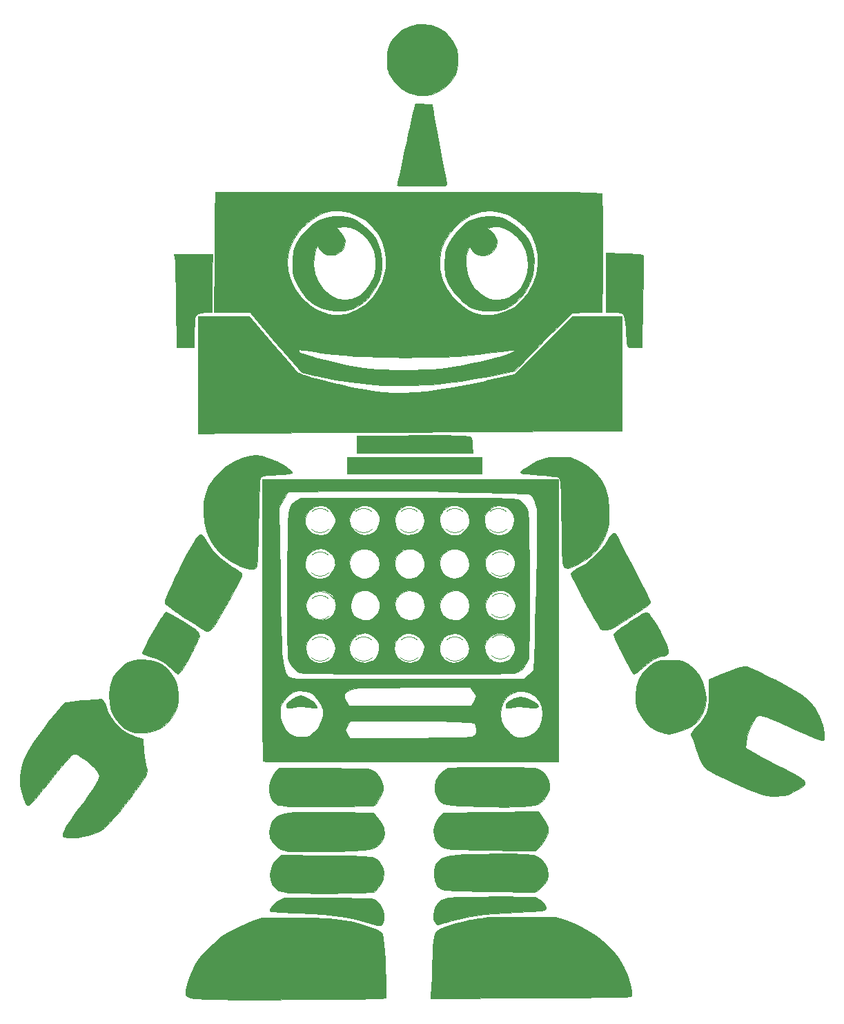
<source format=gbr>
%TF.GenerationSoftware,KiCad,Pcbnew,8.0.1*%
%TF.CreationDate,2024-04-02T10:45:20+02:00*%
%TF.ProjectId,Robo_II,526f626f-5f49-4492-9e6b-696361645f70,rev?*%
%TF.SameCoordinates,Original*%
%TF.FileFunction,Legend,Top*%
%TF.FilePolarity,Positive*%
%FSLAX46Y46*%
G04 Gerber Fmt 4.6, Leading zero omitted, Abs format (unit mm)*
G04 Created by KiCad (PCBNEW 8.0.1) date 2024-04-02 10:45:20*
%MOMM*%
%LPD*%
G01*
G04 APERTURE LIST*
%ADD10C,0.150000*%
%ADD11C,0.120000*%
%ADD12C,0.010000*%
G04 APERTURE END LIST*
D10*
X91898095Y-58395619D02*
X92469523Y-58395619D01*
X92183809Y-59395619D02*
X92183809Y-58395619D01*
X93326666Y-59395619D02*
X92755238Y-59395619D01*
X93040952Y-59395619D02*
X93040952Y-58395619D01*
X93040952Y-58395619D02*
X92945714Y-58538476D01*
X92945714Y-58538476D02*
X92850476Y-58633714D01*
X92850476Y-58633714D02*
X92755238Y-58681333D01*
D11*
%TO.C,D1*%
X59400000Y-88426000D02*
X59400000Y-88582000D01*
X59400000Y-90742000D02*
X59400000Y-90898000D01*
X59400001Y-88426485D02*
G75*
G02*
X62632334Y-88583392I1559999J-1235515D01*
G01*
X59919040Y-88582001D02*
G75*
G02*
X62001129Y-88582164I1040960J-1079999D01*
G01*
X62001129Y-90741836D02*
G75*
G02*
X59919040Y-90741999I-1041129J1079836D01*
G01*
X62632334Y-90740608D02*
G75*
G02*
X59400001Y-90897515I-1672334J1078608D01*
G01*
%TO.C,D2*%
X64734000Y-88426000D02*
X64734000Y-88582000D01*
X64734000Y-90742000D02*
X64734000Y-90898000D01*
X64734001Y-88426485D02*
G75*
G02*
X67966334Y-88583392I1559999J-1235515D01*
G01*
X65253040Y-88582001D02*
G75*
G02*
X67335129Y-88582164I1040960J-1079999D01*
G01*
X67335129Y-90741836D02*
G75*
G02*
X65253040Y-90741999I-1041129J1079836D01*
G01*
X67966334Y-90740608D02*
G75*
G02*
X64734001Y-90897515I-1672334J1078608D01*
G01*
%TO.C,D4*%
X70322000Y-88426000D02*
X70322000Y-88582000D01*
X70322000Y-90742000D02*
X70322000Y-90898000D01*
X70322001Y-88426485D02*
G75*
G02*
X73554334Y-88583392I1559999J-1235515D01*
G01*
X70841040Y-88582001D02*
G75*
G02*
X72923129Y-88582164I1040960J-1079999D01*
G01*
X72923129Y-90741836D02*
G75*
G02*
X70841040Y-90741999I-1041129J1079836D01*
G01*
X73554334Y-90740608D02*
G75*
G02*
X70322001Y-90897515I-1672334J1078608D01*
G01*
%TO.C,D5*%
X75910000Y-88426000D02*
X75910000Y-88582000D01*
X75910000Y-90742000D02*
X75910000Y-90898000D01*
X75910001Y-88426485D02*
G75*
G02*
X79142334Y-88583392I1559999J-1235515D01*
G01*
X76429040Y-88582001D02*
G75*
G02*
X78511129Y-88582164I1040960J-1079999D01*
G01*
X78511129Y-90741836D02*
G75*
G02*
X76429040Y-90741999I-1041129J1079836D01*
G01*
X79142334Y-90740608D02*
G75*
G02*
X75910001Y-90897515I-1672334J1078608D01*
G01*
%TO.C,D6*%
X81244000Y-88426000D02*
X81244000Y-88582000D01*
X81244000Y-90742000D02*
X81244000Y-90898000D01*
X81244001Y-88426485D02*
G75*
G02*
X84476334Y-88583392I1559999J-1235515D01*
G01*
X81763040Y-88582001D02*
G75*
G02*
X83845129Y-88582164I1040960J-1079999D01*
G01*
X83845129Y-90741836D02*
G75*
G02*
X81763040Y-90741999I-1041129J1079836D01*
G01*
X84476334Y-90740608D02*
G75*
G02*
X81244001Y-90897515I-1672334J1078608D01*
G01*
%TO.C,D7*%
X81498000Y-93760000D02*
X81498000Y-93916000D01*
X81498000Y-96076000D02*
X81498000Y-96232000D01*
X81498001Y-93760485D02*
G75*
G02*
X84730334Y-93917392I1559999J-1235515D01*
G01*
X82017040Y-93916001D02*
G75*
G02*
X84099129Y-93916164I1040960J-1079999D01*
G01*
X84099129Y-96075836D02*
G75*
G02*
X82017040Y-96075999I-1041129J1079836D01*
G01*
X84730334Y-96074608D02*
G75*
G02*
X81498001Y-96231515I-1672334J1078608D01*
G01*
%TO.C,D8*%
X81498000Y-98840000D02*
X81498000Y-98996000D01*
X81498000Y-101156000D02*
X81498000Y-101312000D01*
X81498001Y-98840485D02*
G75*
G02*
X84730334Y-98997392I1559999J-1235515D01*
G01*
X82017040Y-98996001D02*
G75*
G02*
X84099129Y-98996164I1040960J-1079999D01*
G01*
X84099129Y-101155836D02*
G75*
G02*
X82017040Y-101155999I-1041129J1079836D01*
G01*
X84730334Y-101154608D02*
G75*
G02*
X81498001Y-101311515I-1672334J1078608D01*
G01*
%TO.C,D9*%
X81498000Y-103920000D02*
X81498000Y-104076000D01*
X81498000Y-106236000D02*
X81498000Y-106392000D01*
X81498001Y-103920485D02*
G75*
G02*
X84730334Y-104077392I1559999J-1235515D01*
G01*
X82017040Y-104076001D02*
G75*
G02*
X84099129Y-104076164I1040960J-1079999D01*
G01*
X84099129Y-106235836D02*
G75*
G02*
X82017040Y-106235999I-1041129J1079836D01*
G01*
X84730334Y-106234608D02*
G75*
G02*
X81498001Y-106391515I-1672334J1078608D01*
G01*
%TO.C,D10*%
X75910000Y-104174000D02*
X75910000Y-104330000D01*
X75910000Y-106490000D02*
X75910000Y-106646000D01*
X75910001Y-104174485D02*
G75*
G02*
X79142334Y-104331392I1559999J-1235515D01*
G01*
X76429040Y-104330001D02*
G75*
G02*
X78511129Y-104330164I1040960J-1079999D01*
G01*
X78511129Y-106489836D02*
G75*
G02*
X76429040Y-106489999I-1041129J1079836D01*
G01*
X79142334Y-106488608D02*
G75*
G02*
X75910001Y-106645515I-1672334J1078608D01*
G01*
%TO.C,D11*%
X70322000Y-104174000D02*
X70322000Y-104330000D01*
X70322000Y-106490000D02*
X70322000Y-106646000D01*
X70322001Y-104174485D02*
G75*
G02*
X73554334Y-104331392I1559999J-1235515D01*
G01*
X70841040Y-104330001D02*
G75*
G02*
X72923129Y-104330164I1040960J-1079999D01*
G01*
X72923129Y-106489836D02*
G75*
G02*
X70841040Y-106489999I-1041129J1079836D01*
G01*
X73554334Y-106488608D02*
G75*
G02*
X70322001Y-106645515I-1672334J1078608D01*
G01*
%TO.C,D12*%
X64734000Y-104174000D02*
X64734000Y-104330000D01*
X64734000Y-106490000D02*
X64734000Y-106646000D01*
X64734001Y-104174485D02*
G75*
G02*
X67966334Y-104331392I1559999J-1235515D01*
G01*
X65253040Y-104330001D02*
G75*
G02*
X67335129Y-104330164I1040960J-1079999D01*
G01*
X67335129Y-106489836D02*
G75*
G02*
X65253040Y-106489999I-1041129J1079836D01*
G01*
X67966334Y-106488608D02*
G75*
G02*
X64734001Y-106645515I-1672334J1078608D01*
G01*
%TO.C,D13*%
X59400000Y-104174000D02*
X59400000Y-104330000D01*
X59400000Y-106490000D02*
X59400000Y-106646000D01*
X59400001Y-104174485D02*
G75*
G02*
X62632334Y-104331392I1559999J-1235515D01*
G01*
X59919040Y-104330001D02*
G75*
G02*
X62001129Y-104330164I1040960J-1079999D01*
G01*
X62001129Y-106489836D02*
G75*
G02*
X59919040Y-106489999I-1041129J1079836D01*
G01*
X62632334Y-106488608D02*
G75*
G02*
X59400001Y-106645515I-1672334J1078608D01*
G01*
%TO.C,D14*%
X59400000Y-99094000D02*
X59400000Y-99250000D01*
X59400000Y-101410000D02*
X59400000Y-101566000D01*
X59400001Y-99094485D02*
G75*
G02*
X62632334Y-99251392I1559999J-1235515D01*
G01*
X59919040Y-99250001D02*
G75*
G02*
X62001129Y-99250164I1040960J-1079999D01*
G01*
X62001129Y-101409836D02*
G75*
G02*
X59919040Y-101409999I-1041129J1079836D01*
G01*
X62632334Y-101408608D02*
G75*
G02*
X59400001Y-101565515I-1672334J1078608D01*
G01*
%TO.C,D15*%
X59400000Y-93760000D02*
X59400000Y-93916000D01*
X59400000Y-96076000D02*
X59400000Y-96232000D01*
X59400001Y-93760485D02*
G75*
G02*
X62632334Y-93917392I1559999J-1235515D01*
G01*
X59919040Y-93916001D02*
G75*
G02*
X62001129Y-93916164I1040960J-1079999D01*
G01*
X62001129Y-96075836D02*
G75*
G02*
X59919040Y-96075999I-1041129J1079836D01*
G01*
X62632334Y-96074608D02*
G75*
G02*
X59400001Y-96231515I-1672334J1078608D01*
G01*
%TO.C,T1*%
X94610000Y-57190000D02*
X90760000Y-57190000D01*
X95017774Y-59984786D02*
G75*
G02*
X93760000Y-61239999I-2347774J1094786D01*
G01*
X94610000Y-57190000D02*
G75*
G02*
X94992631Y-57767955I-1940000J-1700000D01*
G01*
X91610000Y-61240000D02*
G75*
G02*
X90333537Y-59979513I1060000J2350000D01*
G01*
X90367618Y-57777736D02*
G75*
G02*
X90760001Y-57190001I2302382J-1112264D01*
G01*
%TO.C,T2*%
X54010000Y-57550000D02*
X50160000Y-57550000D01*
X54417774Y-60344786D02*
G75*
G02*
X53160000Y-61599999I-2347774J1094786D01*
G01*
X54010000Y-57550000D02*
G75*
G02*
X54392631Y-58127955I-1940000J-1700000D01*
G01*
X51010000Y-61600000D02*
G75*
G02*
X49733537Y-60339513I1060000J2350000D01*
G01*
X49767618Y-58137736D02*
G75*
G02*
X50160001Y-57550001I2302382J-1112264D01*
G01*
D12*
%TO.C,G\u002A\u002A\u002A*%
X80772000Y-83947000D02*
X64262000Y-83947000D01*
X64262000Y-81915000D01*
X80772000Y-81915000D01*
X80772000Y-83947000D01*
G36*
X80772000Y-83947000D02*
G01*
X64262000Y-83947000D01*
X64262000Y-81915000D01*
X80772000Y-81915000D01*
X80772000Y-83947000D01*
G37*
X75470792Y-79207401D02*
X76554243Y-79214453D01*
X77441183Y-79227176D01*
X78145974Y-79245861D01*
X78682978Y-79270799D01*
X79066558Y-79302283D01*
X79311075Y-79340603D01*
X79430893Y-79386051D01*
X79436238Y-79390680D01*
X79502788Y-79568448D01*
X79563082Y-79927073D01*
X79605304Y-80393475D01*
X79608869Y-80458588D01*
X79656762Y-81407000D01*
X65405000Y-81407000D01*
X65405000Y-79248000D01*
X70897750Y-79217352D01*
X72656907Y-79209142D01*
X74176468Y-79205728D01*
X75470792Y-79207401D01*
G36*
X75470792Y-79207401D02*
G01*
X76554243Y-79214453D01*
X77441183Y-79227176D01*
X78145974Y-79245861D01*
X78682978Y-79270799D01*
X79066558Y-79302283D01*
X79311075Y-79340603D01*
X79430893Y-79386051D01*
X79436238Y-79390680D01*
X79502788Y-79568448D01*
X79563082Y-79927073D01*
X79605304Y-80393475D01*
X79608869Y-80458588D01*
X79656762Y-81407000D01*
X65405000Y-81407000D01*
X65405000Y-79248000D01*
X70897750Y-79217352D01*
X72656907Y-79209142D01*
X74176468Y-79205728D01*
X75470792Y-79207401D01*
G37*
X85870610Y-111313352D02*
X86327301Y-111469356D01*
X86818786Y-111683085D01*
X87259282Y-111916270D01*
X87563003Y-112130646D01*
X87609183Y-112178824D01*
X87733285Y-112423278D01*
X87630134Y-112570389D01*
X87309423Y-112614317D01*
X86946078Y-112578281D01*
X86161913Y-112496053D01*
X85335238Y-112477312D01*
X84579024Y-112522220D01*
X84232750Y-112574371D01*
X83890630Y-112627197D01*
X83731136Y-112598831D01*
X83693000Y-112485118D01*
X83738035Y-112193130D01*
X83775752Y-112073124D01*
X83949057Y-111883632D01*
X84289326Y-111669870D01*
X84717039Y-111468903D01*
X85152676Y-111317797D01*
X85516718Y-111253617D01*
X85534500Y-111253340D01*
X85870610Y-111313352D01*
G36*
X85870610Y-111313352D02*
G01*
X86327301Y-111469356D01*
X86818786Y-111683085D01*
X87259282Y-111916270D01*
X87563003Y-112130646D01*
X87609183Y-112178824D01*
X87733285Y-112423278D01*
X87630134Y-112570389D01*
X87309423Y-112614317D01*
X86946078Y-112578281D01*
X86161913Y-112496053D01*
X85335238Y-112477312D01*
X84579024Y-112522220D01*
X84232750Y-112574371D01*
X83890630Y-112627197D01*
X83731136Y-112598831D01*
X83693000Y-112485118D01*
X83738035Y-112193130D01*
X83775752Y-112073124D01*
X83949057Y-111883632D01*
X84289326Y-111669870D01*
X84717039Y-111468903D01*
X85152676Y-111317797D01*
X85516718Y-111253617D01*
X85534500Y-111253340D01*
X85870610Y-111313352D01*
G37*
X58882011Y-111190084D02*
X59297739Y-111362008D01*
X59721707Y-111605782D01*
X60106100Y-111886415D01*
X60403107Y-112168915D01*
X60564914Y-112418292D01*
X60543708Y-112599554D01*
X60541011Y-112602321D01*
X60386822Y-112621075D01*
X60047834Y-112600431D01*
X59589401Y-112545047D01*
X59454399Y-112524862D01*
X58781017Y-112443773D01*
X58247409Y-112441603D01*
X57792266Y-112508577D01*
X57330414Y-112602963D01*
X57056785Y-112637092D01*
X56912110Y-112607831D01*
X56837118Y-112512047D01*
X56814305Y-112456882D01*
X56827291Y-112211296D01*
X56913541Y-112054192D01*
X57192289Y-111797165D01*
X57586439Y-111527406D01*
X58009452Y-111294896D01*
X58374787Y-111149620D01*
X58522337Y-111125000D01*
X58882011Y-111190084D01*
G36*
X58882011Y-111190084D02*
G01*
X59297739Y-111362008D01*
X59721707Y-111605782D01*
X60106100Y-111886415D01*
X60403107Y-112168915D01*
X60564914Y-112418292D01*
X60543708Y-112599554D01*
X60541011Y-112602321D01*
X60386822Y-112621075D01*
X60047834Y-112600431D01*
X59589401Y-112545047D01*
X59454399Y-112524862D01*
X58781017Y-112443773D01*
X58247409Y-112441603D01*
X57792266Y-112508577D01*
X57330414Y-112602963D01*
X57056785Y-112637092D01*
X56912110Y-112607831D01*
X56837118Y-112512047D01*
X56814305Y-112456882D01*
X56827291Y-112211296D01*
X56913541Y-112054192D01*
X57192289Y-111797165D01*
X57586439Y-111527406D01*
X58009452Y-111294896D01*
X58374787Y-111149620D01*
X58522337Y-111125000D01*
X58882011Y-111190084D01*
G37*
X47708444Y-59138783D02*
X47678607Y-59991024D01*
X47653488Y-60890930D01*
X47635185Y-61749104D01*
X47625795Y-62476150D01*
X47625000Y-62694783D01*
X47625000Y-64135000D01*
X46877069Y-64135000D01*
X46342201Y-64168169D01*
X45979710Y-64279143D01*
X45829319Y-64377614D01*
X45713836Y-64483063D01*
X45631256Y-64610731D01*
X45574778Y-64803383D01*
X45537605Y-65103785D01*
X45512939Y-65554703D01*
X45493980Y-66198901D01*
X45486101Y-66536614D01*
X45442703Y-68453000D01*
X43332094Y-68453000D01*
X43268444Y-63087250D01*
X43252726Y-61931405D01*
X43234100Y-60844531D01*
X43213335Y-59855104D01*
X43191201Y-58991599D01*
X43168465Y-58282489D01*
X43145898Y-57756251D01*
X43124267Y-57441360D01*
X43114091Y-57372250D01*
X43023389Y-57023000D01*
X47791888Y-57023000D01*
X47708444Y-59138783D01*
G36*
X47708444Y-59138783D02*
G01*
X47678607Y-59991024D01*
X47653488Y-60890930D01*
X47635185Y-61749104D01*
X47625795Y-62476150D01*
X47625000Y-62694783D01*
X47625000Y-64135000D01*
X46877069Y-64135000D01*
X46342201Y-64168169D01*
X45979710Y-64279143D01*
X45829319Y-64377614D01*
X45713836Y-64483063D01*
X45631256Y-64610731D01*
X45574778Y-64803383D01*
X45537605Y-65103785D01*
X45512939Y-65554703D01*
X45493980Y-66198901D01*
X45486101Y-66536614D01*
X45442703Y-68453000D01*
X43332094Y-68453000D01*
X43268444Y-63087250D01*
X43252726Y-61931405D01*
X43234100Y-60844531D01*
X43213335Y-59855104D01*
X43191201Y-58991599D01*
X43168465Y-58282489D01*
X43145898Y-57756251D01*
X43124267Y-57441360D01*
X43114091Y-57372250D01*
X43023389Y-57023000D01*
X47791888Y-57023000D01*
X47708444Y-59138783D01*
G37*
X98236010Y-56922509D02*
X98962556Y-56946614D01*
X99598644Y-56975538D01*
X100101738Y-57006712D01*
X100429306Y-57037569D01*
X100537799Y-57061465D01*
X100551873Y-57200691D01*
X100560998Y-57567929D01*
X100565248Y-58137242D01*
X100564699Y-58882692D01*
X100559425Y-59778341D01*
X100549500Y-60798252D01*
X100534999Y-61916487D01*
X100521299Y-62796122D01*
X100427020Y-68453000D01*
X99648260Y-68451055D01*
X99211124Y-68435606D01*
X98869983Y-68397505D01*
X98723113Y-68355805D01*
X98649871Y-68190093D01*
X98580235Y-67815852D01*
X98521430Y-67278525D01*
X98496265Y-66929000D01*
X98439045Y-66019788D01*
X98380313Y-65332917D01*
X98302876Y-64837210D01*
X98189543Y-64501493D01*
X98023120Y-64294590D01*
X97786415Y-64185325D01*
X97462235Y-64142524D01*
X97033388Y-64135010D01*
X96955428Y-64135000D01*
X96012000Y-64135000D01*
X96012000Y-56861331D01*
X98236010Y-56922509D01*
G36*
X98236010Y-56922509D02*
G01*
X98962556Y-56946614D01*
X99598644Y-56975538D01*
X100101738Y-57006712D01*
X100429306Y-57037569D01*
X100537799Y-57061465D01*
X100551873Y-57200691D01*
X100560998Y-57567929D01*
X100565248Y-58137242D01*
X100564699Y-58882692D01*
X100559425Y-59778341D01*
X100549500Y-60798252D01*
X100534999Y-61916487D01*
X100521299Y-62796122D01*
X100427020Y-68453000D01*
X99648260Y-68451055D01*
X99211124Y-68435606D01*
X98869983Y-68397505D01*
X98723113Y-68355805D01*
X98649871Y-68190093D01*
X98580235Y-67815852D01*
X98521430Y-67278525D01*
X98496265Y-66929000D01*
X98439045Y-66019788D01*
X98380313Y-65332917D01*
X98302876Y-64837210D01*
X98189543Y-64501493D01*
X98023120Y-64294590D01*
X97786415Y-64185325D01*
X97462235Y-64142524D01*
X97033388Y-64135010D01*
X96955428Y-64135000D01*
X96012000Y-64135000D01*
X96012000Y-56861331D01*
X98236010Y-56922509D01*
G37*
X88162437Y-125942703D02*
X88627510Y-126657372D01*
X88869046Y-127300518D01*
X88884792Y-127910638D01*
X88672501Y-128526230D01*
X88229922Y-129185790D01*
X87954079Y-129508250D01*
X87352462Y-130175000D01*
X86379981Y-130151418D01*
X86019981Y-130143596D01*
X85443756Y-130132200D01*
X84689045Y-130117927D01*
X83793587Y-130101472D01*
X82795120Y-130083532D01*
X81731384Y-130064803D01*
X80962500Y-130051498D01*
X79687443Y-130028411D01*
X78640271Y-130003957D01*
X77794893Y-129973338D01*
X77125216Y-129931755D01*
X76605148Y-129874410D01*
X76208598Y-129796503D01*
X75909474Y-129693237D01*
X75681685Y-129559811D01*
X75499137Y-129391428D01*
X75335740Y-129183289D01*
X75206533Y-128992874D01*
X74987147Y-128586593D01*
X74889920Y-128162870D01*
X74875123Y-127774473D01*
X74938927Y-127138374D01*
X75146367Y-126587311D01*
X75534609Y-126031295D01*
X75651005Y-125895943D01*
X76009500Y-125490386D01*
X87693500Y-125321412D01*
X88162437Y-125942703D01*
G36*
X88162437Y-125942703D02*
G01*
X88627510Y-126657372D01*
X88869046Y-127300518D01*
X88884792Y-127910638D01*
X88672501Y-128526230D01*
X88229922Y-129185790D01*
X87954079Y-129508250D01*
X87352462Y-130175000D01*
X86379981Y-130151418D01*
X86019981Y-130143596D01*
X85443756Y-130132200D01*
X84689045Y-130117927D01*
X83793587Y-130101472D01*
X82795120Y-130083532D01*
X81731384Y-130064803D01*
X80962500Y-130051498D01*
X79687443Y-130028411D01*
X78640271Y-130003957D01*
X77794893Y-129973338D01*
X77125216Y-129931755D01*
X76605148Y-129874410D01*
X76208598Y-129796503D01*
X75909474Y-129693237D01*
X75681685Y-129559811D01*
X75499137Y-129391428D01*
X75335740Y-129183289D01*
X75206533Y-128992874D01*
X74987147Y-128586593D01*
X74889920Y-128162870D01*
X74875123Y-127774473D01*
X74938927Y-127138374D01*
X75146367Y-126587311D01*
X75534609Y-126031295D01*
X75651005Y-125895943D01*
X76009500Y-125490386D01*
X87693500Y-125321412D01*
X88162437Y-125942703D01*
G37*
X62871410Y-120018330D02*
X64176709Y-120028231D01*
X65253721Y-120044570D01*
X66096744Y-120067215D01*
X66700076Y-120096031D01*
X67058017Y-120130886D01*
X67142982Y-120150459D01*
X67703380Y-120491062D01*
X68172221Y-121029109D01*
X68512593Y-121713989D01*
X68647244Y-122212794D01*
X68672845Y-122566352D01*
X68590627Y-122927156D01*
X68402889Y-123349886D01*
X68163374Y-123783729D01*
X67910719Y-124173243D01*
X67777475Y-124344007D01*
X67484866Y-124672515D01*
X62920683Y-124735081D01*
X61806623Y-124747331D01*
X60719924Y-124753643D01*
X59699949Y-124754202D01*
X58786060Y-124749192D01*
X58017620Y-124738797D01*
X57433994Y-124723201D01*
X57139304Y-124708060D01*
X56580451Y-124654701D01*
X56095252Y-124586207D01*
X55755359Y-124513699D01*
X55660752Y-124478599D01*
X55158677Y-124076600D01*
X54823815Y-123527779D01*
X54659397Y-122879291D01*
X54668654Y-122178290D01*
X54854820Y-121471929D01*
X55221126Y-120807363D01*
X55394309Y-120591297D01*
X55901586Y-120015000D01*
X61343525Y-120015000D01*
X62871410Y-120018330D01*
G36*
X62871410Y-120018330D02*
G01*
X64176709Y-120028231D01*
X65253721Y-120044570D01*
X66096744Y-120067215D01*
X66700076Y-120096031D01*
X67058017Y-120130886D01*
X67142982Y-120150459D01*
X67703380Y-120491062D01*
X68172221Y-121029109D01*
X68512593Y-121713989D01*
X68647244Y-122212794D01*
X68672845Y-122566352D01*
X68590627Y-122927156D01*
X68402889Y-123349886D01*
X68163374Y-123783729D01*
X67910719Y-124173243D01*
X67777475Y-124344007D01*
X67484866Y-124672515D01*
X62920683Y-124735081D01*
X61806623Y-124747331D01*
X60719924Y-124753643D01*
X59699949Y-124754202D01*
X58786060Y-124749192D01*
X58017620Y-124738797D01*
X57433994Y-124723201D01*
X57139304Y-124708060D01*
X56580451Y-124654701D01*
X56095252Y-124586207D01*
X55755359Y-124513699D01*
X55660752Y-124478599D01*
X55158677Y-124076600D01*
X54823815Y-123527779D01*
X54659397Y-122879291D01*
X54668654Y-122178290D01*
X54854820Y-121471929D01*
X55221126Y-120807363D01*
X55394309Y-120591297D01*
X55901586Y-120015000D01*
X61343525Y-120015000D01*
X62871410Y-120018330D01*
G37*
X40110855Y-106752585D02*
X40935623Y-106985720D01*
X41664835Y-107402475D01*
X42224739Y-107889260D01*
X42791717Y-108553483D01*
X43175090Y-109253660D01*
X43398162Y-110050705D01*
X43484234Y-111005530D01*
X43486921Y-111188500D01*
X43478829Y-111793198D01*
X43435454Y-112236730D01*
X43340519Y-112611216D01*
X43177749Y-113008779D01*
X43157631Y-113052243D01*
X42637370Y-113917413D01*
X41960883Y-114654522D01*
X41182026Y-115206788D01*
X41049238Y-115275314D01*
X40418870Y-115498475D01*
X39664781Y-115637375D01*
X38879357Y-115685379D01*
X38154986Y-115635850D01*
X37671692Y-115517927D01*
X36949547Y-115126375D01*
X36286323Y-114534106D01*
X35727679Y-113794055D01*
X35319272Y-112959158D01*
X35229439Y-112686369D01*
X35094572Y-111963528D01*
X35067514Y-111069395D01*
X35073515Y-110891700D01*
X35222099Y-109771457D01*
X35567999Y-108810860D01*
X36111891Y-108008784D01*
X36854451Y-107364101D01*
X37366218Y-107066947D01*
X37826283Y-106857163D01*
X38225112Y-106739397D01*
X38676041Y-106688807D01*
X39131520Y-106680000D01*
X40110855Y-106752585D01*
G36*
X40110855Y-106752585D02*
G01*
X40935623Y-106985720D01*
X41664835Y-107402475D01*
X42224739Y-107889260D01*
X42791717Y-108553483D01*
X43175090Y-109253660D01*
X43398162Y-110050705D01*
X43484234Y-111005530D01*
X43486921Y-111188500D01*
X43478829Y-111793198D01*
X43435454Y-112236730D01*
X43340519Y-112611216D01*
X43177749Y-113008779D01*
X43157631Y-113052243D01*
X42637370Y-113917413D01*
X41960883Y-114654522D01*
X41182026Y-115206788D01*
X41049238Y-115275314D01*
X40418870Y-115498475D01*
X39664781Y-115637375D01*
X38879357Y-115685379D01*
X38154986Y-115635850D01*
X37671692Y-115517927D01*
X36949547Y-115126375D01*
X36286323Y-114534106D01*
X35727679Y-113794055D01*
X35319272Y-112959158D01*
X35229439Y-112686369D01*
X35094572Y-111963528D01*
X35067514Y-111069395D01*
X35073515Y-110891700D01*
X35222099Y-109771457D01*
X35567999Y-108810860D01*
X36111891Y-108008784D01*
X36854451Y-107364101D01*
X37366218Y-107066947D01*
X37826283Y-106857163D01*
X38225112Y-106739397D01*
X38676041Y-106688807D01*
X39131520Y-106680000D01*
X40110855Y-106752585D01*
G37*
X61999342Y-135910707D02*
X63315567Y-135921797D01*
X64401763Y-135932483D01*
X65281897Y-135944048D01*
X65979934Y-135957774D01*
X66519841Y-135974946D01*
X66925583Y-135996847D01*
X67221127Y-136024759D01*
X67430438Y-136059966D01*
X67577482Y-136103751D01*
X67686225Y-136157397D01*
X67777842Y-136220116D01*
X68234361Y-136686675D01*
X68563486Y-137277976D01*
X68741239Y-137921157D01*
X68743640Y-138543354D01*
X68651537Y-138874852D01*
X68491225Y-139165532D01*
X68283484Y-139290628D01*
X67961763Y-139269784D01*
X67627500Y-139177115D01*
X66421224Y-138822128D01*
X65239904Y-138530459D01*
X64036493Y-138295130D01*
X62763942Y-138109166D01*
X61375201Y-137965590D01*
X59823223Y-137857427D01*
X58231903Y-137783986D01*
X57339075Y-137746385D01*
X56529126Y-137704483D01*
X55836951Y-137660715D01*
X55297440Y-137617517D01*
X54945489Y-137577325D01*
X54817908Y-137545708D01*
X54777654Y-137345225D01*
X54915353Y-137059798D01*
X55192313Y-136737084D01*
X55569845Y-136424736D01*
X55884662Y-136231735D01*
X56578500Y-135866561D01*
X61999342Y-135910707D01*
G36*
X61999342Y-135910707D02*
G01*
X63315567Y-135921797D01*
X64401763Y-135932483D01*
X65281897Y-135944048D01*
X65979934Y-135957774D01*
X66519841Y-135974946D01*
X66925583Y-135996847D01*
X67221127Y-136024759D01*
X67430438Y-136059966D01*
X67577482Y-136103751D01*
X67686225Y-136157397D01*
X67777842Y-136220116D01*
X68234361Y-136686675D01*
X68563486Y-137277976D01*
X68741239Y-137921157D01*
X68743640Y-138543354D01*
X68651537Y-138874852D01*
X68491225Y-139165532D01*
X68283484Y-139290628D01*
X67961763Y-139269784D01*
X67627500Y-139177115D01*
X66421224Y-138822128D01*
X65239904Y-138530459D01*
X64036493Y-138295130D01*
X62763942Y-138109166D01*
X61375201Y-137965590D01*
X59823223Y-137857427D01*
X58231903Y-137783986D01*
X57339075Y-137746385D01*
X56529126Y-137704483D01*
X55836951Y-137660715D01*
X55297440Y-137617517D01*
X54945489Y-137577325D01*
X54817908Y-137545708D01*
X54777654Y-137345225D01*
X54915353Y-137059798D01*
X55192313Y-136737084D01*
X55569845Y-136424736D01*
X55884662Y-136231735D01*
X56578500Y-135866561D01*
X61999342Y-135910707D01*
G37*
X61485436Y-130708187D02*
X62885516Y-130720125D01*
X64055338Y-130733900D01*
X65018639Y-130752608D01*
X65799158Y-130779345D01*
X66420632Y-130817207D01*
X66906799Y-130869290D01*
X67281399Y-130938690D01*
X67568168Y-131028503D01*
X67790845Y-131141825D01*
X67973168Y-131281752D01*
X68138875Y-131451381D01*
X68259589Y-131591702D01*
X68645469Y-132217931D01*
X68780313Y-132879241D01*
X68664275Y-133573028D01*
X68297510Y-134296688D01*
X68082427Y-134591668D01*
X67590387Y-135214144D01*
X65576943Y-135297649D01*
X64688694Y-135326292D01*
X63659243Y-135345968D01*
X62540591Y-135356876D01*
X61384739Y-135359213D01*
X60243687Y-135353178D01*
X59169435Y-135338967D01*
X58213983Y-135316780D01*
X57429333Y-135286812D01*
X57063310Y-135265262D01*
X56354567Y-135179189D01*
X55835671Y-135017356D01*
X55446479Y-134748943D01*
X55126843Y-134343127D01*
X55065083Y-134241249D01*
X54858571Y-133666660D01*
X54815632Y-132992640D01*
X54933113Y-132311377D01*
X55148247Y-131809776D01*
X55410489Y-131413452D01*
X55689628Y-131063777D01*
X55790100Y-130960058D01*
X56105372Y-130665617D01*
X61485436Y-130708187D01*
G36*
X61485436Y-130708187D02*
G01*
X62885516Y-130720125D01*
X64055338Y-130733900D01*
X65018639Y-130752608D01*
X65799158Y-130779345D01*
X66420632Y-130817207D01*
X66906799Y-130869290D01*
X67281399Y-130938690D01*
X67568168Y-131028503D01*
X67790845Y-131141825D01*
X67973168Y-131281752D01*
X68138875Y-131451381D01*
X68259589Y-131591702D01*
X68645469Y-132217931D01*
X68780313Y-132879241D01*
X68664275Y-133573028D01*
X68297510Y-134296688D01*
X68082427Y-134591668D01*
X67590387Y-135214144D01*
X65576943Y-135297649D01*
X64688694Y-135326292D01*
X63659243Y-135345968D01*
X62540591Y-135356876D01*
X61384739Y-135359213D01*
X60243687Y-135353178D01*
X59169435Y-135338967D01*
X58213983Y-135316780D01*
X57429333Y-135286812D01*
X57063310Y-135265262D01*
X56354567Y-135179189D01*
X55835671Y-135017356D01*
X55446479Y-134748943D01*
X55126843Y-134343127D01*
X55065083Y-134241249D01*
X54858571Y-133666660D01*
X54815632Y-132992640D01*
X54933113Y-132311377D01*
X55148247Y-131809776D01*
X55410489Y-131413452D01*
X55689628Y-131063777D01*
X55790100Y-130960058D01*
X56105372Y-130665617D01*
X61485436Y-130708187D01*
G37*
X74522780Y-28881629D02*
X75452027Y-29206645D01*
X76274702Y-29757358D01*
X76651489Y-30119611D01*
X77161112Y-30728516D01*
X77499602Y-31313469D01*
X77695950Y-31951733D01*
X77779145Y-32720572D01*
X77787404Y-33147000D01*
X77778399Y-33752898D01*
X77740933Y-34189893D01*
X77659500Y-34542751D01*
X77518595Y-34896240D01*
X77435650Y-35069971D01*
X76941197Y-35840709D01*
X76289500Y-36506092D01*
X75536654Y-37021912D01*
X74738755Y-37343966D01*
X74479592Y-37399456D01*
X73924449Y-37485180D01*
X73529290Y-37525472D01*
X73204775Y-37523415D01*
X72861565Y-37482093D01*
X72726611Y-37459964D01*
X71746313Y-37168456D01*
X70861670Y-36655843D01*
X70105259Y-35947065D01*
X69509657Y-35067061D01*
X69451198Y-34952476D01*
X69303307Y-34607866D01*
X69213169Y-34254705D01*
X69167674Y-33813473D01*
X69153712Y-33204648D01*
X69153565Y-33147000D01*
X69192330Y-32291469D01*
X69330929Y-31602542D01*
X69598319Y-31002911D01*
X70023455Y-30415267D01*
X70287510Y-30119611D01*
X71063452Y-29453296D01*
X71937236Y-29016367D01*
X72926325Y-28801444D01*
X73469500Y-28774930D01*
X74522780Y-28881629D01*
G36*
X74522780Y-28881629D02*
G01*
X75452027Y-29206645D01*
X76274702Y-29757358D01*
X76651489Y-30119611D01*
X77161112Y-30728516D01*
X77499602Y-31313469D01*
X77695950Y-31951733D01*
X77779145Y-32720572D01*
X77787404Y-33147000D01*
X77778399Y-33752898D01*
X77740933Y-34189893D01*
X77659500Y-34542751D01*
X77518595Y-34896240D01*
X77435650Y-35069971D01*
X76941197Y-35840709D01*
X76289500Y-36506092D01*
X75536654Y-37021912D01*
X74738755Y-37343966D01*
X74479592Y-37399456D01*
X73924449Y-37485180D01*
X73529290Y-37525472D01*
X73204775Y-37523415D01*
X72861565Y-37482093D01*
X72726611Y-37459964D01*
X71746313Y-37168456D01*
X70861670Y-36655843D01*
X70105259Y-35947065D01*
X69509657Y-35067061D01*
X69451198Y-34952476D01*
X69303307Y-34607866D01*
X69213169Y-34254705D01*
X69167674Y-33813473D01*
X69153712Y-33204648D01*
X69153565Y-33147000D01*
X69192330Y-32291469D01*
X69330929Y-31602542D01*
X69598319Y-31002911D01*
X70023455Y-30415267D01*
X70287510Y-30119611D01*
X71063452Y-29453296D01*
X71937236Y-29016367D01*
X72926325Y-28801444D01*
X73469500Y-28774930D01*
X74522780Y-28881629D01*
G37*
X42184826Y-100904851D02*
X42547758Y-101086557D01*
X43028884Y-101354844D01*
X43582381Y-101681441D01*
X44162428Y-102038073D01*
X44723206Y-102396469D01*
X45218893Y-102728356D01*
X45603667Y-103005460D01*
X45831709Y-103199509D01*
X45853191Y-103224216D01*
X46031666Y-103530587D01*
X46101000Y-103797305D01*
X46042232Y-104000437D01*
X45880965Y-104380166D01*
X45639754Y-104892009D01*
X45341153Y-105491479D01*
X45007716Y-106134093D01*
X44661998Y-106775365D01*
X44326553Y-107370810D01*
X44073884Y-107795449D01*
X43832419Y-108145625D01*
X43617110Y-108385763D01*
X43495284Y-108458000D01*
X43326306Y-108371223D01*
X43049710Y-108144071D01*
X42735523Y-107836081D01*
X41928890Y-107152743D01*
X40940263Y-106597520D01*
X39909300Y-106223913D01*
X39503397Y-106095126D01*
X39217384Y-105973947D01*
X39116000Y-105890941D01*
X39176148Y-105702939D01*
X39341974Y-105344936D01*
X39591550Y-104855544D01*
X39902945Y-104273370D01*
X40254232Y-103637025D01*
X40623481Y-102985117D01*
X40988763Y-102356257D01*
X41328150Y-101789053D01*
X41619712Y-101322115D01*
X41841522Y-100994053D01*
X41971649Y-100843475D01*
X41985907Y-100838000D01*
X42184826Y-100904851D01*
G36*
X42184826Y-100904851D02*
G01*
X42547758Y-101086557D01*
X43028884Y-101354844D01*
X43582381Y-101681441D01*
X44162428Y-102038073D01*
X44723206Y-102396469D01*
X45218893Y-102728356D01*
X45603667Y-103005460D01*
X45831709Y-103199509D01*
X45853191Y-103224216D01*
X46031666Y-103530587D01*
X46101000Y-103797305D01*
X46042232Y-104000437D01*
X45880965Y-104380166D01*
X45639754Y-104892009D01*
X45341153Y-105491479D01*
X45007716Y-106134093D01*
X44661998Y-106775365D01*
X44326553Y-107370810D01*
X44073884Y-107795449D01*
X43832419Y-108145625D01*
X43617110Y-108385763D01*
X43495284Y-108458000D01*
X43326306Y-108371223D01*
X43049710Y-108144071D01*
X42735523Y-107836081D01*
X41928890Y-107152743D01*
X40940263Y-106597520D01*
X39909300Y-106223913D01*
X39503397Y-106095126D01*
X39217384Y-105973947D01*
X39116000Y-105890941D01*
X39176148Y-105702939D01*
X39341974Y-105344936D01*
X39591550Y-104855544D01*
X39902945Y-104273370D01*
X40254232Y-103637025D01*
X40623481Y-102985117D01*
X40988763Y-102356257D01*
X41328150Y-101789053D01*
X41619712Y-101322115D01*
X41841522Y-100994053D01*
X41971649Y-100843475D01*
X41985907Y-100838000D01*
X42184826Y-100904851D01*
G37*
X61118578Y-125386772D02*
X62638130Y-125409750D01*
X62971405Y-125416112D01*
X67459311Y-125504076D01*
X67891155Y-125966288D01*
X68431397Y-126674259D01*
X68736449Y-127380326D01*
X68803486Y-128066987D01*
X68629680Y-128716737D01*
X68396735Y-129097302D01*
X68078196Y-129467960D01*
X67748933Y-129720931D01*
X67341942Y-129887347D01*
X66790220Y-129998341D01*
X66338056Y-130053835D01*
X65858467Y-130092542D01*
X65198262Y-130128026D01*
X64395039Y-130159789D01*
X63486395Y-130187336D01*
X62509924Y-130210173D01*
X61503226Y-130227803D01*
X60503895Y-130239730D01*
X59549529Y-130245460D01*
X58677724Y-130244497D01*
X57926077Y-130236344D01*
X57332185Y-130220507D01*
X56933644Y-130196489D01*
X56810452Y-130179423D01*
X56078037Y-129946405D01*
X55515440Y-129583357D01*
X55115496Y-129135388D01*
X54812790Y-128510773D01*
X54720122Y-127801486D01*
X54839625Y-127068775D01*
X55027788Y-126617061D01*
X55206627Y-126326995D01*
X55425130Y-126082507D01*
X55704275Y-125880424D01*
X56065044Y-125717575D01*
X56528414Y-125590788D01*
X57115366Y-125496891D01*
X57846879Y-125432713D01*
X58743933Y-125395081D01*
X59827506Y-125380825D01*
X61118578Y-125386772D01*
G36*
X61118578Y-125386772D02*
G01*
X62638130Y-125409750D01*
X62971405Y-125416112D01*
X67459311Y-125504076D01*
X67891155Y-125966288D01*
X68431397Y-126674259D01*
X68736449Y-127380326D01*
X68803486Y-128066987D01*
X68629680Y-128716737D01*
X68396735Y-129097302D01*
X68078196Y-129467960D01*
X67748933Y-129720931D01*
X67341942Y-129887347D01*
X66790220Y-129998341D01*
X66338056Y-130053835D01*
X65858467Y-130092542D01*
X65198262Y-130128026D01*
X64395039Y-130159789D01*
X63486395Y-130187336D01*
X62509924Y-130210173D01*
X61503226Y-130227803D01*
X60503895Y-130239730D01*
X59549529Y-130245460D01*
X58677724Y-130244497D01*
X57926077Y-130236344D01*
X57332185Y-130220507D01*
X56933644Y-130196489D01*
X56810452Y-130179423D01*
X56078037Y-129946405D01*
X55515440Y-129583357D01*
X55115496Y-129135388D01*
X54812790Y-128510773D01*
X54720122Y-127801486D01*
X54839625Y-127068775D01*
X55027788Y-126617061D01*
X55206627Y-126326995D01*
X55425130Y-126082507D01*
X55704275Y-125880424D01*
X56065044Y-125717575D01*
X56528414Y-125590788D01*
X57115366Y-125496891D01*
X57846879Y-125432713D01*
X58743933Y-125395081D01*
X59827506Y-125380825D01*
X61118578Y-125386772D01*
G37*
X101206435Y-101017448D02*
X101243048Y-101050263D01*
X101465481Y-101315969D01*
X101775206Y-101779496D01*
X102152715Y-102408208D01*
X102578503Y-103169470D01*
X103033065Y-104030647D01*
X103084962Y-104131987D01*
X103430439Y-104888400D01*
X103600833Y-105470661D01*
X103594723Y-105889980D01*
X103410684Y-106157567D01*
X103047294Y-106284631D01*
X102809789Y-106299000D01*
X102332549Y-106398359D01*
X101756769Y-106700789D01*
X101071588Y-107212815D01*
X100599669Y-107626818D01*
X100186875Y-107984728D01*
X99822042Y-108263365D01*
X99557478Y-108424570D01*
X99472223Y-108449313D01*
X99348818Y-108363883D01*
X99158429Y-108105210D01*
X98892487Y-107658818D01*
X98542425Y-107010228D01*
X98099673Y-106144963D01*
X98050806Y-106047630D01*
X97646549Y-105234948D01*
X97348604Y-104617643D01*
X97145216Y-104166202D01*
X97024627Y-103851110D01*
X96975080Y-103642856D01*
X96984819Y-103511925D01*
X97017625Y-103454000D01*
X97186823Y-103306371D01*
X97523337Y-103053387D01*
X97980641Y-102726760D01*
X98512207Y-102358200D01*
X99071509Y-101979419D01*
X99612019Y-101622126D01*
X100087211Y-101318034D01*
X100450556Y-101098852D01*
X100563797Y-101037078D01*
X100853568Y-100903512D01*
X101031278Y-100896261D01*
X101206435Y-101017448D01*
G36*
X101206435Y-101017448D02*
G01*
X101243048Y-101050263D01*
X101465481Y-101315969D01*
X101775206Y-101779496D01*
X102152715Y-102408208D01*
X102578503Y-103169470D01*
X103033065Y-104030647D01*
X103084962Y-104131987D01*
X103430439Y-104888400D01*
X103600833Y-105470661D01*
X103594723Y-105889980D01*
X103410684Y-106157567D01*
X103047294Y-106284631D01*
X102809789Y-106299000D01*
X102332549Y-106398359D01*
X101756769Y-106700789D01*
X101071588Y-107212815D01*
X100599669Y-107626818D01*
X100186875Y-107984728D01*
X99822042Y-108263365D01*
X99557478Y-108424570D01*
X99472223Y-108449313D01*
X99348818Y-108363883D01*
X99158429Y-108105210D01*
X98892487Y-107658818D01*
X98542425Y-107010228D01*
X98099673Y-106144963D01*
X98050806Y-106047630D01*
X97646549Y-105234948D01*
X97348604Y-104617643D01*
X97145216Y-104166202D01*
X97024627Y-103851110D01*
X96975080Y-103642856D01*
X96984819Y-103511925D01*
X97017625Y-103454000D01*
X97186823Y-103306371D01*
X97523337Y-103053387D01*
X97980641Y-102726760D01*
X98512207Y-102358200D01*
X99071509Y-101979419D01*
X99612019Y-101622126D01*
X100087211Y-101318034D01*
X100450556Y-101098852D01*
X100563797Y-101037078D01*
X100853568Y-100903512D01*
X101031278Y-100896261D01*
X101206435Y-101017448D01*
G37*
X104500838Y-106748758D02*
X104933858Y-106773537D01*
X105257170Y-106831340D01*
X105542883Y-106935675D01*
X105863109Y-107100044D01*
X105900756Y-107120829D01*
X106699791Y-107707527D01*
X107357067Y-108500924D01*
X107867463Y-109493600D01*
X108157470Y-110390322D01*
X108297382Y-111411127D01*
X108196825Y-112389532D01*
X107868944Y-113297167D01*
X107326883Y-114105666D01*
X106583784Y-114786661D01*
X105938975Y-115178411D01*
X105527949Y-115354515D01*
X105022352Y-115527340D01*
X104498777Y-115675836D01*
X104033814Y-115778955D01*
X103704057Y-115815648D01*
X103640425Y-115810085D01*
X103481522Y-115778842D01*
X103169873Y-115717295D01*
X103040655Y-115691740D01*
X102155572Y-115390539D01*
X101345277Y-114865288D01*
X100640856Y-114142151D01*
X100073392Y-113247289D01*
X100029033Y-113157000D01*
X99833071Y-112721564D01*
X99715411Y-112357590D01*
X99657351Y-111970265D01*
X99640185Y-111464779D01*
X99640713Y-111188500D01*
X99749089Y-110038177D01*
X100058343Y-109042311D01*
X100570290Y-108197591D01*
X101286747Y-107500703D01*
X101872363Y-107120219D01*
X102199797Y-106949188D01*
X102485627Y-106839489D01*
X102801934Y-106777637D01*
X103220799Y-106750146D01*
X103814307Y-106743532D01*
X103886000Y-106743500D01*
X104500838Y-106748758D01*
G36*
X104500838Y-106748758D02*
G01*
X104933858Y-106773537D01*
X105257170Y-106831340D01*
X105542883Y-106935675D01*
X105863109Y-107100044D01*
X105900756Y-107120829D01*
X106699791Y-107707527D01*
X107357067Y-108500924D01*
X107867463Y-109493600D01*
X108157470Y-110390322D01*
X108297382Y-111411127D01*
X108196825Y-112389532D01*
X107868944Y-113297167D01*
X107326883Y-114105666D01*
X106583784Y-114786661D01*
X105938975Y-115178411D01*
X105527949Y-115354515D01*
X105022352Y-115527340D01*
X104498777Y-115675836D01*
X104033814Y-115778955D01*
X103704057Y-115815648D01*
X103640425Y-115810085D01*
X103481522Y-115778842D01*
X103169873Y-115717295D01*
X103040655Y-115691740D01*
X102155572Y-115390539D01*
X101345277Y-114865288D01*
X100640856Y-114142151D01*
X100073392Y-113247289D01*
X100029033Y-113157000D01*
X99833071Y-112721564D01*
X99715411Y-112357590D01*
X99657351Y-111970265D01*
X99640185Y-111464779D01*
X99640713Y-111188500D01*
X99749089Y-110038177D01*
X100058343Y-109042311D01*
X100570290Y-108197591D01*
X101286747Y-107500703D01*
X101872363Y-107120219D01*
X102199797Y-106949188D01*
X102485627Y-106839489D01*
X102801934Y-106777637D01*
X103220799Y-106750146D01*
X103814307Y-106743532D01*
X103886000Y-106743500D01*
X104500838Y-106748758D01*
G37*
X82820569Y-119902509D02*
X83836501Y-119908059D01*
X84789130Y-119917868D01*
X85643207Y-119931948D01*
X86363478Y-119950312D01*
X86914691Y-119972973D01*
X87261595Y-119999942D01*
X87304450Y-120006033D01*
X87938653Y-120233806D01*
X88463326Y-120687773D01*
X88872277Y-121362100D01*
X88954275Y-121560672D01*
X89087136Y-121992812D01*
X89098392Y-122351113D01*
X89037381Y-122643447D01*
X88770409Y-123285133D01*
X88358656Y-123864416D01*
X87862714Y-124305445D01*
X87589465Y-124455909D01*
X87193293Y-124562832D01*
X86567301Y-124648329D01*
X85734831Y-124711571D01*
X84719226Y-124751731D01*
X83543828Y-124767982D01*
X82231981Y-124759495D01*
X80807026Y-124725442D01*
X80391000Y-124711215D01*
X79093834Y-124657055D01*
X78035120Y-124597163D01*
X77199347Y-124530167D01*
X76571002Y-124454693D01*
X76134575Y-124369368D01*
X75977808Y-124320452D01*
X75670623Y-124092657D01*
X75372641Y-123677848D01*
X75126047Y-123140859D01*
X75046439Y-122888985D01*
X74986861Y-122249843D01*
X75120325Y-121593264D01*
X75413979Y-120978437D01*
X75834967Y-120464553D01*
X76350436Y-120110802D01*
X76644500Y-120009879D01*
X76897772Y-119981821D01*
X77369759Y-119957919D01*
X78025208Y-119938186D01*
X78828868Y-119922636D01*
X79745486Y-119911280D01*
X80739810Y-119904132D01*
X81776588Y-119901204D01*
X82820569Y-119902509D01*
G36*
X82820569Y-119902509D02*
G01*
X83836501Y-119908059D01*
X84789130Y-119917868D01*
X85643207Y-119931948D01*
X86363478Y-119950312D01*
X86914691Y-119972973D01*
X87261595Y-119999942D01*
X87304450Y-120006033D01*
X87938653Y-120233806D01*
X88463326Y-120687773D01*
X88872277Y-121362100D01*
X88954275Y-121560672D01*
X89087136Y-121992812D01*
X89098392Y-122351113D01*
X89037381Y-122643447D01*
X88770409Y-123285133D01*
X88358656Y-123864416D01*
X87862714Y-124305445D01*
X87589465Y-124455909D01*
X87193293Y-124562832D01*
X86567301Y-124648329D01*
X85734831Y-124711571D01*
X84719226Y-124751731D01*
X83543828Y-124767982D01*
X82231981Y-124759495D01*
X80807026Y-124725442D01*
X80391000Y-124711215D01*
X79093834Y-124657055D01*
X78035120Y-124597163D01*
X77199347Y-124530167D01*
X76571002Y-124454693D01*
X76134575Y-124369368D01*
X75977808Y-124320452D01*
X75670623Y-124092657D01*
X75372641Y-123677848D01*
X75126047Y-123140859D01*
X75046439Y-122888985D01*
X74986861Y-122249843D01*
X75120325Y-121593264D01*
X75413979Y-120978437D01*
X75834967Y-120464553D01*
X76350436Y-120110802D01*
X76644500Y-120009879D01*
X76897772Y-119981821D01*
X77369759Y-119957919D01*
X78025208Y-119938186D01*
X78828868Y-119922636D01*
X79745486Y-119911280D01*
X80739810Y-119904132D01*
X81776588Y-119901204D01*
X82820569Y-119902509D01*
G37*
X84167921Y-135767788D02*
X85094443Y-135774501D01*
X85907909Y-135785817D01*
X86571772Y-135801892D01*
X87049483Y-135822879D01*
X87282716Y-135844833D01*
X87650189Y-135980524D01*
X88037863Y-136236573D01*
X88376781Y-136552249D01*
X88597983Y-136866818D01*
X88646000Y-137045496D01*
X88626877Y-137193595D01*
X88551098Y-137311505D01*
X88391049Y-137404245D01*
X88119115Y-137476835D01*
X87707681Y-137534295D01*
X87129133Y-137581645D01*
X86355855Y-137623902D01*
X85360234Y-137666089D01*
X85196857Y-137672456D01*
X83635780Y-137744482D01*
X82278049Y-137835138D01*
X81073286Y-137951263D01*
X79971109Y-138099695D01*
X78921138Y-138287275D01*
X77872995Y-138520841D01*
X76776300Y-138807232D01*
X76717724Y-138823496D01*
X76168821Y-138973810D01*
X75710945Y-139094544D01*
X75399038Y-139171498D01*
X75291902Y-139192000D01*
X75157067Y-139096650D01*
X74979209Y-138870514D01*
X74846351Y-138562975D01*
X74821951Y-138160596D01*
X74844750Y-137905756D01*
X75022080Y-137140504D01*
X75360027Y-136566967D01*
X75875589Y-136167359D01*
X76585763Y-135923896D01*
X76772182Y-135889133D01*
X77071535Y-135861342D01*
X77586765Y-135836769D01*
X78281326Y-135815567D01*
X79118668Y-135797891D01*
X80062244Y-135783895D01*
X81075506Y-135773733D01*
X82121905Y-135767558D01*
X83164892Y-135765525D01*
X84167921Y-135767788D01*
G36*
X84167921Y-135767788D02*
G01*
X85094443Y-135774501D01*
X85907909Y-135785817D01*
X86571772Y-135801892D01*
X87049483Y-135822879D01*
X87282716Y-135844833D01*
X87650189Y-135980524D01*
X88037863Y-136236573D01*
X88376781Y-136552249D01*
X88597983Y-136866818D01*
X88646000Y-137045496D01*
X88626877Y-137193595D01*
X88551098Y-137311505D01*
X88391049Y-137404245D01*
X88119115Y-137476835D01*
X87707681Y-137534295D01*
X87129133Y-137581645D01*
X86355855Y-137623902D01*
X85360234Y-137666089D01*
X85196857Y-137672456D01*
X83635780Y-137744482D01*
X82278049Y-137835138D01*
X81073286Y-137951263D01*
X79971109Y-138099695D01*
X78921138Y-138287275D01*
X77872995Y-138520841D01*
X76776300Y-138807232D01*
X76717724Y-138823496D01*
X76168821Y-138973810D01*
X75710945Y-139094544D01*
X75399038Y-139171498D01*
X75291902Y-139192000D01*
X75157067Y-139096650D01*
X74979209Y-138870514D01*
X74846351Y-138562975D01*
X74821951Y-138160596D01*
X74844750Y-137905756D01*
X75022080Y-137140504D01*
X75360027Y-136566967D01*
X75875589Y-136167359D01*
X76585763Y-135923896D01*
X76772182Y-135889133D01*
X77071535Y-135861342D01*
X77586765Y-135836769D01*
X78281326Y-135815567D01*
X79118668Y-135797891D01*
X80062244Y-135783895D01*
X81075506Y-135773733D01*
X82121905Y-135767558D01*
X83164892Y-135765525D01*
X84167921Y-135767788D01*
G37*
X55121943Y-67954253D02*
X55799050Y-68740481D01*
X56427107Y-69470745D01*
X56985878Y-70121439D01*
X57455126Y-70668956D01*
X57814614Y-71089690D01*
X58044105Y-71360034D01*
X58119699Y-71451127D01*
X58300327Y-71556973D01*
X58693939Y-71707618D01*
X59265355Y-71893729D01*
X59979393Y-72105976D01*
X60800873Y-72335026D01*
X61694613Y-72571548D01*
X62625432Y-72806211D01*
X63558150Y-73029681D01*
X64457586Y-73232629D01*
X65288559Y-73405722D01*
X65953961Y-73529146D01*
X67320378Y-73738271D01*
X68634949Y-73884464D01*
X69930014Y-73965581D01*
X71237909Y-73979474D01*
X72590973Y-73923999D01*
X74021542Y-73797008D01*
X75561955Y-73596357D01*
X77244549Y-73319900D01*
X79101661Y-72965490D01*
X81165631Y-72530982D01*
X81239669Y-72514810D01*
X84772500Y-71742312D01*
X91886142Y-64643000D01*
X97917000Y-64643000D01*
X97917000Y-78700801D01*
X75914250Y-78783795D01*
X73499565Y-78793304D01*
X71112166Y-78803483D01*
X68768265Y-78814228D01*
X66484075Y-78825436D01*
X64275808Y-78837003D01*
X62159677Y-78848827D01*
X60151895Y-78860803D01*
X58268673Y-78872828D01*
X56526226Y-78884799D01*
X54940764Y-78896612D01*
X53528502Y-78908164D01*
X52305651Y-78919351D01*
X51288424Y-78930069D01*
X50493034Y-78940216D01*
X49942750Y-78949541D01*
X45974000Y-79032291D01*
X45974000Y-64643000D01*
X52268387Y-64643000D01*
X55121943Y-67954253D01*
G36*
X55121943Y-67954253D02*
G01*
X55799050Y-68740481D01*
X56427107Y-69470745D01*
X56985878Y-70121439D01*
X57455126Y-70668956D01*
X57814614Y-71089690D01*
X58044105Y-71360034D01*
X58119699Y-71451127D01*
X58300327Y-71556973D01*
X58693939Y-71707618D01*
X59265355Y-71893729D01*
X59979393Y-72105976D01*
X60800873Y-72335026D01*
X61694613Y-72571548D01*
X62625432Y-72806211D01*
X63558150Y-73029681D01*
X64457586Y-73232629D01*
X65288559Y-73405722D01*
X65953961Y-73529146D01*
X67320378Y-73738271D01*
X68634949Y-73884464D01*
X69930014Y-73965581D01*
X71237909Y-73979474D01*
X72590973Y-73923999D01*
X74021542Y-73797008D01*
X75561955Y-73596357D01*
X77244549Y-73319900D01*
X79101661Y-72965490D01*
X81165631Y-72530982D01*
X81239669Y-72514810D01*
X84772500Y-71742312D01*
X91886142Y-64643000D01*
X97917000Y-64643000D01*
X97917000Y-78700801D01*
X75914250Y-78783795D01*
X73499565Y-78793304D01*
X71112166Y-78803483D01*
X68768265Y-78814228D01*
X66484075Y-78825436D01*
X64275808Y-78837003D01*
X62159677Y-78848827D01*
X60151895Y-78860803D01*
X58268673Y-78872828D01*
X56526226Y-78884799D01*
X54940764Y-78896612D01*
X53528502Y-78908164D01*
X52305651Y-78919351D01*
X51288424Y-78930069D01*
X50493034Y-78940216D01*
X49942750Y-78949541D01*
X45974000Y-79032291D01*
X45974000Y-64643000D01*
X52268387Y-64643000D01*
X55121943Y-67954253D01*
G37*
X46364063Y-91365411D02*
X46575526Y-91539651D01*
X46838596Y-91909660D01*
X47060661Y-92280566D01*
X47763510Y-93282705D01*
X48656436Y-94215652D01*
X49675600Y-95016663D01*
X50139243Y-95306345D01*
X50605461Y-95584835D01*
X50994744Y-95834997D01*
X51248158Y-96018188D01*
X51302964Y-96069432D01*
X51339070Y-96191102D01*
X51296388Y-96406281D01*
X51162323Y-96747960D01*
X50924280Y-97249129D01*
X50637829Y-97811566D01*
X49878898Y-99251661D01*
X49213068Y-100461949D01*
X48636998Y-101447600D01*
X48147347Y-102213785D01*
X47740774Y-102765675D01*
X47413938Y-103108441D01*
X47163499Y-103247253D01*
X47123385Y-103251000D01*
X46982580Y-103188446D01*
X46669584Y-103017393D01*
X46228351Y-102762753D01*
X45702833Y-102449437D01*
X45610939Y-102393750D01*
X44931975Y-101971304D01*
X44195313Y-101496700D01*
X43500728Y-101034983D01*
X43054810Y-100727373D01*
X42547544Y-100361960D01*
X42215773Y-100098362D01*
X42023162Y-99898238D01*
X41933375Y-99723244D01*
X41910079Y-99535038D01*
X41910000Y-99519299D01*
X41969112Y-99268632D01*
X42134808Y-98830718D01*
X42389620Y-98239960D01*
X42716083Y-97530759D01*
X43096731Y-96737517D01*
X43514100Y-95894636D01*
X43950723Y-95036518D01*
X44389135Y-94197565D01*
X44811871Y-93412180D01*
X45201465Y-92714763D01*
X45540450Y-92139717D01*
X45811363Y-91721445D01*
X45972383Y-91517603D01*
X46173313Y-91365281D01*
X46364063Y-91365411D01*
G36*
X46364063Y-91365411D02*
G01*
X46575526Y-91539651D01*
X46838596Y-91909660D01*
X47060661Y-92280566D01*
X47763510Y-93282705D01*
X48656436Y-94215652D01*
X49675600Y-95016663D01*
X50139243Y-95306345D01*
X50605461Y-95584835D01*
X50994744Y-95834997D01*
X51248158Y-96018188D01*
X51302964Y-96069432D01*
X51339070Y-96191102D01*
X51296388Y-96406281D01*
X51162323Y-96747960D01*
X50924280Y-97249129D01*
X50637829Y-97811566D01*
X49878898Y-99251661D01*
X49213068Y-100461949D01*
X48636998Y-101447600D01*
X48147347Y-102213785D01*
X47740774Y-102765675D01*
X47413938Y-103108441D01*
X47163499Y-103247253D01*
X47123385Y-103251000D01*
X46982580Y-103188446D01*
X46669584Y-103017393D01*
X46228351Y-102762753D01*
X45702833Y-102449437D01*
X45610939Y-102393750D01*
X44931975Y-101971304D01*
X44195313Y-101496700D01*
X43500728Y-101034983D01*
X43054810Y-100727373D01*
X42547544Y-100361960D01*
X42215773Y-100098362D01*
X42023162Y-99898238D01*
X41933375Y-99723244D01*
X41910079Y-99535038D01*
X41910000Y-99519299D01*
X41969112Y-99268632D01*
X42134808Y-98830718D01*
X42389620Y-98239960D01*
X42716083Y-97530759D01*
X43096731Y-96737517D01*
X43514100Y-95894636D01*
X43950723Y-95036518D01*
X44389135Y-94197565D01*
X44811871Y-93412180D01*
X45201465Y-92714763D01*
X45540450Y-92139717D01*
X45811363Y-91721445D01*
X45972383Y-91517603D01*
X46173313Y-91365281D01*
X46364063Y-91365411D01*
G37*
X73451271Y-38566457D02*
X73893066Y-38583803D01*
X74287679Y-38608664D01*
X74559979Y-38638376D01*
X74635099Y-38658519D01*
X74664256Y-38783242D01*
X74732800Y-39125185D01*
X74834678Y-39651665D01*
X74963835Y-40330000D01*
X75114216Y-41127508D01*
X75279766Y-42011505D01*
X75454431Y-42949310D01*
X75632156Y-43908241D01*
X75806886Y-44855614D01*
X75972567Y-45758748D01*
X76123143Y-46584961D01*
X76252560Y-47301569D01*
X76354764Y-47875891D01*
X76423699Y-48275244D01*
X76453311Y-48466947D01*
X76454000Y-48476633D01*
X76404044Y-48530206D01*
X76237464Y-48571471D01*
X75929190Y-48601776D01*
X75454150Y-48622470D01*
X74787275Y-48634899D01*
X73903495Y-48640413D01*
X73397441Y-48641000D01*
X72438520Y-48639923D01*
X71704645Y-48635259D01*
X71166869Y-48624859D01*
X70796242Y-48606574D01*
X70563815Y-48578254D01*
X70440641Y-48537749D01*
X70397769Y-48482911D01*
X70404137Y-48418750D01*
X70444603Y-48248176D01*
X70532651Y-47857900D01*
X70661986Y-47276438D01*
X70826314Y-46532309D01*
X71019340Y-45654029D01*
X71234769Y-44670117D01*
X71466306Y-43609089D01*
X71504442Y-43434000D01*
X71736997Y-42369971D01*
X71954069Y-41384342D01*
X72149482Y-40504588D01*
X72317061Y-39758184D01*
X72450629Y-39172606D01*
X72544011Y-38775330D01*
X72591031Y-38593831D01*
X72594125Y-38586147D01*
X72726668Y-38564965D01*
X73037427Y-38559289D01*
X73451271Y-38566457D01*
G36*
X73451271Y-38566457D02*
G01*
X73893066Y-38583803D01*
X74287679Y-38608664D01*
X74559979Y-38638376D01*
X74635099Y-38658519D01*
X74664256Y-38783242D01*
X74732800Y-39125185D01*
X74834678Y-39651665D01*
X74963835Y-40330000D01*
X75114216Y-41127508D01*
X75279766Y-42011505D01*
X75454431Y-42949310D01*
X75632156Y-43908241D01*
X75806886Y-44855614D01*
X75972567Y-45758748D01*
X76123143Y-46584961D01*
X76252560Y-47301569D01*
X76354764Y-47875891D01*
X76423699Y-48275244D01*
X76453311Y-48466947D01*
X76454000Y-48476633D01*
X76404044Y-48530206D01*
X76237464Y-48571471D01*
X75929190Y-48601776D01*
X75454150Y-48622470D01*
X74787275Y-48634899D01*
X73903495Y-48640413D01*
X73397441Y-48641000D01*
X72438520Y-48639923D01*
X71704645Y-48635259D01*
X71166869Y-48624859D01*
X70796242Y-48606574D01*
X70563815Y-48578254D01*
X70440641Y-48537749D01*
X70397769Y-48482911D01*
X70404137Y-48418750D01*
X70444603Y-48248176D01*
X70532651Y-47857900D01*
X70661986Y-47276438D01*
X70826314Y-46532309D01*
X71019340Y-45654029D01*
X71234769Y-44670117D01*
X71466306Y-43609089D01*
X71504442Y-43434000D01*
X71736997Y-42369971D01*
X71954069Y-41384342D01*
X72149482Y-40504588D01*
X72317061Y-39758184D01*
X72450629Y-39172606D01*
X72544011Y-38775330D01*
X72591031Y-38593831D01*
X72594125Y-38586147D01*
X72726668Y-38564965D01*
X73037427Y-38559289D01*
X73451271Y-38566457D01*
G37*
X53774946Y-81753676D02*
X54685470Y-82013529D01*
X55621724Y-82413292D01*
X56514858Y-82925699D01*
X56965211Y-83247563D01*
X57280592Y-83495896D01*
X57466852Y-83672255D01*
X57502439Y-83792038D01*
X57365802Y-83870640D01*
X57035388Y-83923458D01*
X56489647Y-83965889D01*
X55910446Y-84001092D01*
X55085530Y-84058072D01*
X54479546Y-84120673D01*
X54057430Y-84196095D01*
X53784119Y-84291539D01*
X53624550Y-84414206D01*
X53580877Y-84479520D01*
X53546002Y-84668185D01*
X53511075Y-85092821D01*
X53476811Y-85735399D01*
X53443925Y-86577891D01*
X53413132Y-87602269D01*
X53385147Y-88790504D01*
X53363240Y-89967628D01*
X53339305Y-91318553D01*
X53315631Y-92435978D01*
X53291236Y-93340400D01*
X53265139Y-94052316D01*
X53236359Y-94592224D01*
X53203914Y-94980620D01*
X53166825Y-95238002D01*
X53124109Y-95384866D01*
X53102199Y-95421077D01*
X52800725Y-95589783D01*
X52322383Y-95600387D01*
X51687716Y-95454616D01*
X51154085Y-95257393D01*
X49899077Y-94621781D01*
X48849295Y-93844293D01*
X47992463Y-92914235D01*
X47404325Y-91991299D01*
X46953194Y-90953867D01*
X46693962Y-89866807D01*
X46609041Y-88655693D01*
X46609000Y-88625568D01*
X46674183Y-87421881D01*
X46884677Y-86385015D01*
X47262896Y-85459502D01*
X47831255Y-84589873D01*
X48576843Y-83755843D01*
X49465066Y-82991774D01*
X50433370Y-82378859D01*
X51432676Y-81940557D01*
X52413906Y-81700330D01*
X52959000Y-81661000D01*
X53774946Y-81753676D01*
G36*
X53774946Y-81753676D02*
G01*
X54685470Y-82013529D01*
X55621724Y-82413292D01*
X56514858Y-82925699D01*
X56965211Y-83247563D01*
X57280592Y-83495896D01*
X57466852Y-83672255D01*
X57502439Y-83792038D01*
X57365802Y-83870640D01*
X57035388Y-83923458D01*
X56489647Y-83965889D01*
X55910446Y-84001092D01*
X55085530Y-84058072D01*
X54479546Y-84120673D01*
X54057430Y-84196095D01*
X53784119Y-84291539D01*
X53624550Y-84414206D01*
X53580877Y-84479520D01*
X53546002Y-84668185D01*
X53511075Y-85092821D01*
X53476811Y-85735399D01*
X53443925Y-86577891D01*
X53413132Y-87602269D01*
X53385147Y-88790504D01*
X53363240Y-89967628D01*
X53339305Y-91318553D01*
X53315631Y-92435978D01*
X53291236Y-93340400D01*
X53265139Y-94052316D01*
X53236359Y-94592224D01*
X53203914Y-94980620D01*
X53166825Y-95238002D01*
X53124109Y-95384866D01*
X53102199Y-95421077D01*
X52800725Y-95589783D01*
X52322383Y-95600387D01*
X51687716Y-95454616D01*
X51154085Y-95257393D01*
X49899077Y-94621781D01*
X48849295Y-93844293D01*
X47992463Y-92914235D01*
X47404325Y-91991299D01*
X46953194Y-90953867D01*
X46693962Y-89866807D01*
X46609041Y-88655693D01*
X46609000Y-88625568D01*
X46674183Y-87421881D01*
X46884677Y-86385015D01*
X47262896Y-85459502D01*
X47831255Y-84589873D01*
X48576843Y-83755843D01*
X49465066Y-82991774D01*
X50433370Y-82378859D01*
X51432676Y-81940557D01*
X52413906Y-81700330D01*
X52959000Y-81661000D01*
X53774946Y-81753676D01*
G37*
X84765715Y-130512409D02*
X85592941Y-130530024D01*
X86248453Y-130562442D01*
X86759654Y-130612585D01*
X87153950Y-130683374D01*
X87458745Y-130777732D01*
X87701442Y-130898582D01*
X87909448Y-131048844D01*
X87961964Y-131093736D01*
X88480022Y-131683238D01*
X88796390Y-132342687D01*
X88896446Y-133025864D01*
X88774810Y-133662737D01*
X88623731Y-133925580D01*
X88353769Y-134284829D01*
X88058931Y-134623504D01*
X87707416Y-134974983D01*
X87444049Y-135163891D01*
X87203770Y-135230249D01*
X87072871Y-135230036D01*
X86862334Y-135222891D01*
X86427124Y-135212959D01*
X85796546Y-135200749D01*
X84999905Y-135186765D01*
X84066506Y-135171516D01*
X83025656Y-135155508D01*
X81906658Y-135139248D01*
X81470500Y-135133157D01*
X80110659Y-135113842D01*
X78981085Y-135094517D01*
X78058071Y-135071670D01*
X77317906Y-135041788D01*
X76736884Y-135001360D01*
X76291295Y-134946873D01*
X75957431Y-134874815D01*
X75711584Y-134781672D01*
X75530044Y-134663934D01*
X75389104Y-134518088D01*
X75265055Y-134340622D01*
X75178858Y-134201084D01*
X75010761Y-133766486D01*
X74925649Y-133209470D01*
X74923270Y-132618569D01*
X75003374Y-132082317D01*
X75165707Y-131689249D01*
X75186082Y-131661698D01*
X75424164Y-131401535D01*
X75709562Y-131183221D01*
X76065151Y-131003144D01*
X76513806Y-130857696D01*
X77078402Y-130743269D01*
X77781811Y-130656253D01*
X78646910Y-130593040D01*
X79696573Y-130550020D01*
X80953674Y-130523584D01*
X82441087Y-130510124D01*
X82486500Y-130509898D01*
X83739369Y-130506674D01*
X84765715Y-130512409D01*
G36*
X84765715Y-130512409D02*
G01*
X85592941Y-130530024D01*
X86248453Y-130562442D01*
X86759654Y-130612585D01*
X87153950Y-130683374D01*
X87458745Y-130777732D01*
X87701442Y-130898582D01*
X87909448Y-131048844D01*
X87961964Y-131093736D01*
X88480022Y-131683238D01*
X88796390Y-132342687D01*
X88896446Y-133025864D01*
X88774810Y-133662737D01*
X88623731Y-133925580D01*
X88353769Y-134284829D01*
X88058931Y-134623504D01*
X87707416Y-134974983D01*
X87444049Y-135163891D01*
X87203770Y-135230249D01*
X87072871Y-135230036D01*
X86862334Y-135222891D01*
X86427124Y-135212959D01*
X85796546Y-135200749D01*
X84999905Y-135186765D01*
X84066506Y-135171516D01*
X83025656Y-135155508D01*
X81906658Y-135139248D01*
X81470500Y-135133157D01*
X80110659Y-135113842D01*
X78981085Y-135094517D01*
X78058071Y-135071670D01*
X77317906Y-135041788D01*
X76736884Y-135001360D01*
X76291295Y-134946873D01*
X75957431Y-134874815D01*
X75711584Y-134781672D01*
X75530044Y-134663934D01*
X75389104Y-134518088D01*
X75265055Y-134340622D01*
X75178858Y-134201084D01*
X75010761Y-133766486D01*
X74925649Y-133209470D01*
X74923270Y-132618569D01*
X75003374Y-132082317D01*
X75165707Y-131689249D01*
X75186082Y-131661698D01*
X75424164Y-131401535D01*
X75709562Y-131183221D01*
X76065151Y-131003144D01*
X76513806Y-130857696D01*
X77078402Y-130743269D01*
X77781811Y-130656253D01*
X78646910Y-130593040D01*
X79696573Y-130550020D01*
X80953674Y-130523584D01*
X82441087Y-130510124D01*
X82486500Y-130509898D01*
X83739369Y-130506674D01*
X84765715Y-130512409D01*
G37*
X91176324Y-138725269D02*
X92600150Y-139301923D01*
X93825416Y-139924589D01*
X94907366Y-140629281D01*
X95901243Y-141452014D01*
X96862290Y-142428802D01*
X96869436Y-142436714D01*
X97534994Y-143299034D01*
X98133373Y-144311649D01*
X98628321Y-145396815D01*
X98983585Y-146476792D01*
X99147377Y-147321723D01*
X99174684Y-147700152D01*
X99128489Y-147907001D01*
X98990602Y-148018598D01*
X98980131Y-148023429D01*
X98821460Y-148039333D01*
X98426670Y-148055569D01*
X97813640Y-148071908D01*
X97000251Y-148088122D01*
X96004382Y-148103980D01*
X94843914Y-148119255D01*
X93536726Y-148133718D01*
X92100698Y-148147140D01*
X90553711Y-148159291D01*
X88913644Y-148169944D01*
X87198377Y-148178869D01*
X86644675Y-148181289D01*
X74546850Y-148231740D01*
X74609810Y-146601120D01*
X74637459Y-145859448D01*
X74669312Y-144964349D01*
X74701876Y-144016276D01*
X74731654Y-143115686D01*
X74738527Y-142901133D01*
X74776110Y-141972013D01*
X74829046Y-141260656D01*
X74907717Y-140730875D01*
X75022507Y-140346482D01*
X75183800Y-140071289D01*
X75401977Y-139869107D01*
X75650643Y-139722150D01*
X76119311Y-139524719D01*
X76779273Y-139302147D01*
X77571214Y-139070666D01*
X78435821Y-138846508D01*
X79313778Y-138645907D01*
X80145774Y-138485094D01*
X80211982Y-138473862D01*
X80660430Y-138405767D01*
X81126338Y-138351841D01*
X81645594Y-138310564D01*
X82254084Y-138280419D01*
X82987696Y-138259887D01*
X83882318Y-138247450D01*
X84973837Y-138241588D01*
X85725000Y-138240600D01*
X89852500Y-138239500D01*
X91176324Y-138725269D01*
G36*
X91176324Y-138725269D02*
G01*
X92600150Y-139301923D01*
X93825416Y-139924589D01*
X94907366Y-140629281D01*
X95901243Y-141452014D01*
X96862290Y-142428802D01*
X96869436Y-142436714D01*
X97534994Y-143299034D01*
X98133373Y-144311649D01*
X98628321Y-145396815D01*
X98983585Y-146476792D01*
X99147377Y-147321723D01*
X99174684Y-147700152D01*
X99128489Y-147907001D01*
X98990602Y-148018598D01*
X98980131Y-148023429D01*
X98821460Y-148039333D01*
X98426670Y-148055569D01*
X97813640Y-148071908D01*
X97000251Y-148088122D01*
X96004382Y-148103980D01*
X94843914Y-148119255D01*
X93536726Y-148133718D01*
X92100698Y-148147140D01*
X90553711Y-148159291D01*
X88913644Y-148169944D01*
X87198377Y-148178869D01*
X86644675Y-148181289D01*
X74546850Y-148231740D01*
X74609810Y-146601120D01*
X74637459Y-145859448D01*
X74669312Y-144964349D01*
X74701876Y-144016276D01*
X74731654Y-143115686D01*
X74738527Y-142901133D01*
X74776110Y-141972013D01*
X74829046Y-141260656D01*
X74907717Y-140730875D01*
X75022507Y-140346482D01*
X75183800Y-140071289D01*
X75401977Y-139869107D01*
X75650643Y-139722150D01*
X76119311Y-139524719D01*
X76779273Y-139302147D01*
X77571214Y-139070666D01*
X78435821Y-138846508D01*
X79313778Y-138645907D01*
X80145774Y-138485094D01*
X80211982Y-138473862D01*
X80660430Y-138405767D01*
X81126338Y-138351841D01*
X81645594Y-138310564D01*
X82254084Y-138280419D01*
X82987696Y-138259887D01*
X83882318Y-138247450D01*
X84973837Y-138241588D01*
X85725000Y-138240600D01*
X89852500Y-138239500D01*
X91176324Y-138725269D01*
G37*
X97238366Y-91300133D02*
X97332673Y-91497608D01*
X97411635Y-91687242D01*
X97595898Y-92068410D01*
X97869289Y-92609577D01*
X98215637Y-93279206D01*
X98618768Y-94045762D01*
X99062510Y-94877710D01*
X99140005Y-95021858D01*
X99768976Y-96195657D01*
X100282338Y-97166346D01*
X100688914Y-97952247D01*
X100997524Y-98571683D01*
X101216990Y-99042978D01*
X101356133Y-99384455D01*
X101423774Y-99614437D01*
X101428736Y-99751248D01*
X101424094Y-99766262D01*
X101297255Y-99893799D01*
X100992764Y-100128496D01*
X100549412Y-100444585D01*
X100005986Y-100816299D01*
X99401278Y-101217871D01*
X98774075Y-101623534D01*
X98163167Y-102007520D01*
X97607343Y-102344062D01*
X97155000Y-102602174D01*
X96498479Y-102925245D01*
X95999980Y-103085248D01*
X95626739Y-103086795D01*
X95345992Y-102934500D01*
X95280506Y-102866098D01*
X95121937Y-102638981D01*
X94875296Y-102233860D01*
X94559381Y-101686053D01*
X94192990Y-101030879D01*
X93794918Y-100303654D01*
X93383963Y-99539697D01*
X92978921Y-98774327D01*
X92598590Y-98042860D01*
X92261767Y-97380615D01*
X91987248Y-96822910D01*
X91793831Y-96405063D01*
X91700312Y-96162392D01*
X91694544Y-96128355D01*
X91800779Y-95991762D01*
X92083323Y-95784341D01*
X92488741Y-95543587D01*
X92648102Y-95459247D01*
X93429877Y-94980784D01*
X94230384Y-94357209D01*
X94978156Y-93653323D01*
X95601722Y-92933930D01*
X95885000Y-92524273D01*
X96253259Y-91940468D01*
X96528647Y-91547639D01*
X96738875Y-91313210D01*
X96911657Y-91204606D01*
X97023449Y-91186000D01*
X97238366Y-91300133D01*
G36*
X97238366Y-91300133D02*
G01*
X97332673Y-91497608D01*
X97411635Y-91687242D01*
X97595898Y-92068410D01*
X97869289Y-92609577D01*
X98215637Y-93279206D01*
X98618768Y-94045762D01*
X99062510Y-94877710D01*
X99140005Y-95021858D01*
X99768976Y-96195657D01*
X100282338Y-97166346D01*
X100688914Y-97952247D01*
X100997524Y-98571683D01*
X101216990Y-99042978D01*
X101356133Y-99384455D01*
X101423774Y-99614437D01*
X101428736Y-99751248D01*
X101424094Y-99766262D01*
X101297255Y-99893799D01*
X100992764Y-100128496D01*
X100549412Y-100444585D01*
X100005986Y-100816299D01*
X99401278Y-101217871D01*
X98774075Y-101623534D01*
X98163167Y-102007520D01*
X97607343Y-102344062D01*
X97155000Y-102602174D01*
X96498479Y-102925245D01*
X95999980Y-103085248D01*
X95626739Y-103086795D01*
X95345992Y-102934500D01*
X95280506Y-102866098D01*
X95121937Y-102638981D01*
X94875296Y-102233860D01*
X94559381Y-101686053D01*
X94192990Y-101030879D01*
X93794918Y-100303654D01*
X93383963Y-99539697D01*
X92978921Y-98774327D01*
X92598590Y-98042860D01*
X92261767Y-97380615D01*
X91987248Y-96822910D01*
X91793831Y-96405063D01*
X91700312Y-96162392D01*
X91694544Y-96128355D01*
X91800779Y-95991762D01*
X92083323Y-95784341D01*
X92488741Y-95543587D01*
X92648102Y-95459247D01*
X93429877Y-94980784D01*
X94230384Y-94357209D01*
X94978156Y-93653323D01*
X95601722Y-92933930D01*
X95885000Y-92524273D01*
X96253259Y-91940468D01*
X96528647Y-91547639D01*
X96738875Y-91313210D01*
X96911657Y-91204606D01*
X97023449Y-91186000D01*
X97238366Y-91300133D01*
G37*
X92757505Y-82400464D02*
X93852571Y-83044786D01*
X94738062Y-83796815D01*
X95423696Y-84673613D01*
X95919196Y-85692242D01*
X96234281Y-86869767D01*
X96378673Y-88223248D01*
X96390794Y-88778067D01*
X96323501Y-90003530D01*
X96103253Y-91063776D01*
X95709734Y-92010205D01*
X95122627Y-92894218D01*
X94480803Y-93610288D01*
X93690045Y-94306542D01*
X92819940Y-94858213D01*
X92592847Y-94975826D01*
X92008680Y-95257404D01*
X91595647Y-95423779D01*
X91305242Y-95487319D01*
X91088960Y-95460395D01*
X90954565Y-95393633D01*
X90848399Y-95284705D01*
X90761986Y-95090479D01*
X90693463Y-94787887D01*
X90640966Y-94353860D01*
X90602633Y-93765331D01*
X90576602Y-92999231D01*
X90561010Y-92032492D01*
X90553993Y-90842047D01*
X90553268Y-90424000D01*
X90548751Y-88983632D01*
X90537486Y-87778261D01*
X90518312Y-86788944D01*
X90490065Y-85996736D01*
X90451583Y-85382697D01*
X90401704Y-84927883D01*
X90339265Y-84613352D01*
X90263104Y-84420161D01*
X90179484Y-84333075D01*
X89986863Y-84286285D01*
X89589105Y-84228843D01*
X89034548Y-84166426D01*
X88371529Y-84104711D01*
X87944508Y-84070586D01*
X87028449Y-84001009D01*
X86346982Y-83941466D01*
X85881510Y-83881710D01*
X85613436Y-83811496D01*
X85524163Y-83720578D01*
X85595093Y-83598710D01*
X85807631Y-83435646D01*
X86143177Y-83221140D01*
X86264988Y-83145263D01*
X87028116Y-82680327D01*
X87641998Y-82341329D01*
X88165631Y-82108771D01*
X88658010Y-81963154D01*
X89178131Y-81884980D01*
X89784991Y-81854753D01*
X90179574Y-81851500D01*
X91649649Y-81851500D01*
X92757505Y-82400464D01*
G36*
X92757505Y-82400464D02*
G01*
X93852571Y-83044786D01*
X94738062Y-83796815D01*
X95423696Y-84673613D01*
X95919196Y-85692242D01*
X96234281Y-86869767D01*
X96378673Y-88223248D01*
X96390794Y-88778067D01*
X96323501Y-90003530D01*
X96103253Y-91063776D01*
X95709734Y-92010205D01*
X95122627Y-92894218D01*
X94480803Y-93610288D01*
X93690045Y-94306542D01*
X92819940Y-94858213D01*
X92592847Y-94975826D01*
X92008680Y-95257404D01*
X91595647Y-95423779D01*
X91305242Y-95487319D01*
X91088960Y-95460395D01*
X90954565Y-95393633D01*
X90848399Y-95284705D01*
X90761986Y-95090479D01*
X90693463Y-94787887D01*
X90640966Y-94353860D01*
X90602633Y-93765331D01*
X90576602Y-92999231D01*
X90561010Y-92032492D01*
X90553993Y-90842047D01*
X90553268Y-90424000D01*
X90548751Y-88983632D01*
X90537486Y-87778261D01*
X90518312Y-86788944D01*
X90490065Y-85996736D01*
X90451583Y-85382697D01*
X90401704Y-84927883D01*
X90339265Y-84613352D01*
X90263104Y-84420161D01*
X90179484Y-84333075D01*
X89986863Y-84286285D01*
X89589105Y-84228843D01*
X89034548Y-84166426D01*
X88371529Y-84104711D01*
X87944508Y-84070586D01*
X87028449Y-84001009D01*
X86346982Y-83941466D01*
X85881510Y-83881710D01*
X85613436Y-83811496D01*
X85524163Y-83720578D01*
X85595093Y-83598710D01*
X85807631Y-83435646D01*
X86143177Y-83221140D01*
X86264988Y-83145263D01*
X87028116Y-82680327D01*
X87641998Y-82341329D01*
X88165631Y-82108771D01*
X88658010Y-81963154D01*
X89178131Y-81884980D01*
X89784991Y-81854753D01*
X90179574Y-81851500D01*
X91649649Y-81851500D01*
X92757505Y-82400464D01*
G37*
X58039000Y-138370655D02*
X59322955Y-138374220D01*
X60393184Y-138384798D01*
X61289943Y-138406329D01*
X62053486Y-138442753D01*
X62724070Y-138498013D01*
X63341948Y-138576047D01*
X63947377Y-138680797D01*
X64580613Y-138816204D01*
X65281909Y-138986206D01*
X65871212Y-139137341D01*
X66846001Y-139415907D01*
X67624412Y-139692229D01*
X68187366Y-139958636D01*
X68506557Y-140197013D01*
X68599418Y-140425019D01*
X68687147Y-140884465D01*
X68767920Y-141552812D01*
X68839910Y-142407522D01*
X68901294Y-143426057D01*
X68950246Y-144585877D01*
X68984941Y-145864444D01*
X68990782Y-146177000D01*
X69024500Y-148145500D01*
X68389500Y-148235606D01*
X68133064Y-148254268D01*
X67646611Y-148272307D01*
X66954124Y-148289602D01*
X66079586Y-148306035D01*
X65046979Y-148321487D01*
X63880285Y-148335837D01*
X62603488Y-148348966D01*
X61240569Y-148360756D01*
X59815513Y-148371087D01*
X58352300Y-148379839D01*
X56874915Y-148386893D01*
X55407339Y-148392130D01*
X53973555Y-148395430D01*
X52597546Y-148396674D01*
X51303295Y-148395743D01*
X50114784Y-148392516D01*
X49055995Y-148386876D01*
X48150912Y-148378702D01*
X47423517Y-148367875D01*
X46897793Y-148354276D01*
X46672500Y-148343696D01*
X46039480Y-148290549D01*
X45467883Y-148220411D01*
X45023622Y-148142736D01*
X44784289Y-148072870D01*
X44570477Y-147952857D01*
X44473282Y-147804317D01*
X44462420Y-147544026D01*
X44488857Y-147261048D01*
X44621166Y-146558841D01*
X44862951Y-145746163D01*
X45179616Y-144921729D01*
X45536563Y-144184254D01*
X45615784Y-144045639D01*
X45994849Y-143495295D01*
X46521649Y-142852750D01*
X47140305Y-142177643D01*
X47794933Y-141529613D01*
X48429652Y-140968299D01*
X48696048Y-140758266D01*
X49675911Y-140113497D01*
X50845677Y-139499263D01*
X52141256Y-138947995D01*
X52615731Y-138774825D01*
X53784500Y-138366500D01*
X58039000Y-138370655D01*
G36*
X58039000Y-138370655D02*
G01*
X59322955Y-138374220D01*
X60393184Y-138384798D01*
X61289943Y-138406329D01*
X62053486Y-138442753D01*
X62724070Y-138498013D01*
X63341948Y-138576047D01*
X63947377Y-138680797D01*
X64580613Y-138816204D01*
X65281909Y-138986206D01*
X65871212Y-139137341D01*
X66846001Y-139415907D01*
X67624412Y-139692229D01*
X68187366Y-139958636D01*
X68506557Y-140197013D01*
X68599418Y-140425019D01*
X68687147Y-140884465D01*
X68767920Y-141552812D01*
X68839910Y-142407522D01*
X68901294Y-143426057D01*
X68950246Y-144585877D01*
X68984941Y-145864444D01*
X68990782Y-146177000D01*
X69024500Y-148145500D01*
X68389500Y-148235606D01*
X68133064Y-148254268D01*
X67646611Y-148272307D01*
X66954124Y-148289602D01*
X66079586Y-148306035D01*
X65046979Y-148321487D01*
X63880285Y-148335837D01*
X62603488Y-148348966D01*
X61240569Y-148360756D01*
X59815513Y-148371087D01*
X58352300Y-148379839D01*
X56874915Y-148386893D01*
X55407339Y-148392130D01*
X53973555Y-148395430D01*
X52597546Y-148396674D01*
X51303295Y-148395743D01*
X50114784Y-148392516D01*
X49055995Y-148386876D01*
X48150912Y-148378702D01*
X47423517Y-148367875D01*
X46897793Y-148354276D01*
X46672500Y-148343696D01*
X46039480Y-148290549D01*
X45467883Y-148220411D01*
X45023622Y-148142736D01*
X44784289Y-148072870D01*
X44570477Y-147952857D01*
X44473282Y-147804317D01*
X44462420Y-147544026D01*
X44488857Y-147261048D01*
X44621166Y-146558841D01*
X44862951Y-145746163D01*
X45179616Y-144921729D01*
X45536563Y-144184254D01*
X45615784Y-144045639D01*
X45994849Y-143495295D01*
X46521649Y-142852750D01*
X47140305Y-142177643D01*
X47794933Y-141529613D01*
X48429652Y-140968299D01*
X48696048Y-140758266D01*
X49675911Y-140113497D01*
X50845677Y-139499263D01*
X52141256Y-138947995D01*
X52615731Y-138774825D01*
X53784500Y-138366500D01*
X58039000Y-138370655D01*
G37*
X63677456Y-52326477D02*
X64612932Y-52507128D01*
X65283800Y-52783914D01*
X65986010Y-53242266D01*
X66680752Y-53829402D01*
X67302191Y-54480280D01*
X67784494Y-55129857D01*
X67940863Y-55409015D01*
X68347863Y-56515077D01*
X68524987Y-57674742D01*
X68478987Y-58849297D01*
X68216616Y-60000027D01*
X67744629Y-61088218D01*
X67069778Y-62075158D01*
X66709482Y-62468191D01*
X65856520Y-63178063D01*
X64941934Y-63655752D01*
X63941198Y-63908744D01*
X62829792Y-63944524D01*
X62122546Y-63868357D01*
X61101526Y-63587940D01*
X60147391Y-63079735D01*
X59289371Y-62367147D01*
X58556696Y-61473582D01*
X58070781Y-60623997D01*
X57869351Y-60192848D01*
X57734614Y-59854156D01*
X57653164Y-59536877D01*
X57611599Y-59169969D01*
X57596514Y-58682390D01*
X57595280Y-58325155D01*
X60132630Y-58325155D01*
X60303541Y-59367728D01*
X60700320Y-60345266D01*
X61309171Y-61216985D01*
X61662000Y-61576101D01*
X62414802Y-62152075D01*
X63166374Y-62486253D01*
X63954058Y-62587894D01*
X64815199Y-62466255D01*
X65022399Y-62409209D01*
X65486541Y-62227344D01*
X65916235Y-61947217D01*
X66396219Y-61513016D01*
X66421796Y-61487523D01*
X67082121Y-60655493D01*
X67528986Y-59713996D01*
X67757234Y-58698912D01*
X67761709Y-57646118D01*
X67537253Y-56591496D01*
X67231662Y-55852495D01*
X66753374Y-55129327D01*
X66128343Y-54516533D01*
X65404539Y-54039793D01*
X64629928Y-53724788D01*
X63852478Y-53597198D01*
X63158768Y-53671949D01*
X63011004Y-53726948D01*
X62996193Y-53813658D01*
X63133771Y-53981796D01*
X63369523Y-54211115D01*
X63776320Y-54739668D01*
X63965174Y-55305241D01*
X63950081Y-55862932D01*
X63745036Y-56367841D01*
X63364034Y-56775068D01*
X62821072Y-57039711D01*
X62466758Y-57107393D01*
X61838681Y-57065846D01*
X61293951Y-56828464D01*
X60892484Y-56424714D01*
X60819556Y-56297313D01*
X60615612Y-55889126D01*
X60477789Y-56191615D01*
X60380011Y-56481211D01*
X60271631Y-56912697D01*
X60201385Y-57258330D01*
X60132630Y-58325155D01*
X57595280Y-58325155D01*
X57594500Y-58099629D01*
X57597837Y-57444085D01*
X57615927Y-56974377D01*
X57660883Y-56622353D01*
X57744819Y-56319862D01*
X57879849Y-55998754D01*
X58019220Y-55710229D01*
X58525030Y-54869486D01*
X59171595Y-54076267D01*
X59898367Y-53394199D01*
X60644798Y-52886910D01*
X60765145Y-52824667D01*
X61686478Y-52485852D01*
X62679610Y-52319586D01*
X63677456Y-52326477D01*
G36*
X63677456Y-52326477D02*
G01*
X64612932Y-52507128D01*
X65283800Y-52783914D01*
X65986010Y-53242266D01*
X66680752Y-53829402D01*
X67302191Y-54480280D01*
X67784494Y-55129857D01*
X67940863Y-55409015D01*
X68347863Y-56515077D01*
X68524987Y-57674742D01*
X68478987Y-58849297D01*
X68216616Y-60000027D01*
X67744629Y-61088218D01*
X67069778Y-62075158D01*
X66709482Y-62468191D01*
X65856520Y-63178063D01*
X64941934Y-63655752D01*
X63941198Y-63908744D01*
X62829792Y-63944524D01*
X62122546Y-63868357D01*
X61101526Y-63587940D01*
X60147391Y-63079735D01*
X59289371Y-62367147D01*
X58556696Y-61473582D01*
X58070781Y-60623997D01*
X57869351Y-60192848D01*
X57734614Y-59854156D01*
X57653164Y-59536877D01*
X57611599Y-59169969D01*
X57596514Y-58682390D01*
X57595280Y-58325155D01*
X60132630Y-58325155D01*
X60303541Y-59367728D01*
X60700320Y-60345266D01*
X61309171Y-61216985D01*
X61662000Y-61576101D01*
X62414802Y-62152075D01*
X63166374Y-62486253D01*
X63954058Y-62587894D01*
X64815199Y-62466255D01*
X65022399Y-62409209D01*
X65486541Y-62227344D01*
X65916235Y-61947217D01*
X66396219Y-61513016D01*
X66421796Y-61487523D01*
X67082121Y-60655493D01*
X67528986Y-59713996D01*
X67757234Y-58698912D01*
X67761709Y-57646118D01*
X67537253Y-56591496D01*
X67231662Y-55852495D01*
X66753374Y-55129327D01*
X66128343Y-54516533D01*
X65404539Y-54039793D01*
X64629928Y-53724788D01*
X63852478Y-53597198D01*
X63158768Y-53671949D01*
X63011004Y-53726948D01*
X62996193Y-53813658D01*
X63133771Y-53981796D01*
X63369523Y-54211115D01*
X63776320Y-54739668D01*
X63965174Y-55305241D01*
X63950081Y-55862932D01*
X63745036Y-56367841D01*
X63364034Y-56775068D01*
X62821072Y-57039711D01*
X62466758Y-57107393D01*
X61838681Y-57065846D01*
X61293951Y-56828464D01*
X60892484Y-56424714D01*
X60819556Y-56297313D01*
X60615612Y-55889126D01*
X60477789Y-56191615D01*
X60380011Y-56481211D01*
X60271631Y-56912697D01*
X60201385Y-57258330D01*
X60132630Y-58325155D01*
X57595280Y-58325155D01*
X57594500Y-58099629D01*
X57597837Y-57444085D01*
X57615927Y-56974377D01*
X57660883Y-56622353D01*
X57744819Y-56319862D01*
X57879849Y-55998754D01*
X58019220Y-55710229D01*
X58525030Y-54869486D01*
X59171595Y-54076267D01*
X59898367Y-53394199D01*
X60644798Y-52886910D01*
X60765145Y-52824667D01*
X61686478Y-52485852D01*
X62679610Y-52319586D01*
X63677456Y-52326477D01*
G37*
X82152728Y-52349238D02*
X82763056Y-52407878D01*
X83248022Y-52523994D01*
X83735227Y-52732144D01*
X83920031Y-52827873D01*
X84573754Y-53243965D01*
X85236721Y-53782457D01*
X85849247Y-54384751D01*
X86351644Y-54992254D01*
X86680266Y-55537603D01*
X87039820Y-56592350D01*
X87191714Y-57675991D01*
X87151151Y-58759556D01*
X86933338Y-59814072D01*
X86553479Y-60810569D01*
X86026778Y-61720077D01*
X85368441Y-62513624D01*
X84593674Y-63162239D01*
X83717679Y-63636952D01*
X82755664Y-63908791D01*
X82260420Y-63959030D01*
X81640701Y-63955114D01*
X80973559Y-63904623D01*
X80518000Y-63838493D01*
X79881304Y-63687816D01*
X79364769Y-63486649D01*
X78882435Y-63189665D01*
X78348342Y-62751536D01*
X78196093Y-62614121D01*
X77354573Y-61700731D01*
X76732139Y-60687961D01*
X76445787Y-59997247D01*
X76319026Y-59581475D01*
X76244932Y-59170512D01*
X76214886Y-58683105D01*
X76217748Y-58340034D01*
X78801046Y-58340034D01*
X78959131Y-59354387D01*
X79319651Y-60302870D01*
X79863171Y-61145855D01*
X80570257Y-61843712D01*
X81322636Y-62311236D01*
X81766807Y-62494905D01*
X82172797Y-62577134D01*
X82669960Y-62580812D01*
X82804000Y-62573379D01*
X83464134Y-62481758D01*
X84034613Y-62309318D01*
X84154575Y-62253934D01*
X84946375Y-61715689D01*
X85575518Y-61016187D01*
X86037179Y-60193179D01*
X86326534Y-59284417D01*
X86438761Y-58327653D01*
X86369033Y-57360638D01*
X86112529Y-56421124D01*
X85664423Y-55546861D01*
X85100159Y-54853839D01*
X84393230Y-54264744D01*
X83647970Y-53855169D01*
X82905205Y-53639206D01*
X82205758Y-53630951D01*
X81835912Y-53726926D01*
X81486290Y-53859852D01*
X81876535Y-54097174D01*
X82248748Y-54460172D01*
X82494706Y-54931312D01*
X82626083Y-55321329D01*
X82654265Y-55608573D01*
X82584516Y-55919953D01*
X82541066Y-56049174D01*
X82226891Y-56596649D01*
X81743151Y-56967022D01*
X81120276Y-57139775D01*
X80908477Y-57150000D01*
X80301228Y-57062415D01*
X79833446Y-56779705D01*
X79503060Y-56359213D01*
X79342817Y-56117745D01*
X79245185Y-56075243D01*
X79148917Y-56208922D01*
X79140607Y-56224363D01*
X79050893Y-56474550D01*
X78947886Y-56882098D01*
X78864830Y-57299441D01*
X78801046Y-58340034D01*
X76217748Y-58340034D01*
X76220269Y-58038003D01*
X76224079Y-57907099D01*
X76250596Y-57276335D01*
X76295475Y-56817778D01*
X76376122Y-56449639D01*
X76509944Y-56090125D01*
X76694121Y-55698441D01*
X77056239Y-55091472D01*
X77544479Y-54449478D01*
X78101929Y-53834034D01*
X78671672Y-53306713D01*
X79196795Y-52929092D01*
X79311500Y-52866758D01*
X80315234Y-52502182D01*
X81445054Y-52343988D01*
X82152728Y-52349238D01*
G36*
X82152728Y-52349238D02*
G01*
X82763056Y-52407878D01*
X83248022Y-52523994D01*
X83735227Y-52732144D01*
X83920031Y-52827873D01*
X84573754Y-53243965D01*
X85236721Y-53782457D01*
X85849247Y-54384751D01*
X86351644Y-54992254D01*
X86680266Y-55537603D01*
X87039820Y-56592350D01*
X87191714Y-57675991D01*
X87151151Y-58759556D01*
X86933338Y-59814072D01*
X86553479Y-60810569D01*
X86026778Y-61720077D01*
X85368441Y-62513624D01*
X84593674Y-63162239D01*
X83717679Y-63636952D01*
X82755664Y-63908791D01*
X82260420Y-63959030D01*
X81640701Y-63955114D01*
X80973559Y-63904623D01*
X80518000Y-63838493D01*
X79881304Y-63687816D01*
X79364769Y-63486649D01*
X78882435Y-63189665D01*
X78348342Y-62751536D01*
X78196093Y-62614121D01*
X77354573Y-61700731D01*
X76732139Y-60687961D01*
X76445787Y-59997247D01*
X76319026Y-59581475D01*
X76244932Y-59170512D01*
X76214886Y-58683105D01*
X76217748Y-58340034D01*
X78801046Y-58340034D01*
X78959131Y-59354387D01*
X79319651Y-60302870D01*
X79863171Y-61145855D01*
X80570257Y-61843712D01*
X81322636Y-62311236D01*
X81766807Y-62494905D01*
X82172797Y-62577134D01*
X82669960Y-62580812D01*
X82804000Y-62573379D01*
X83464134Y-62481758D01*
X84034613Y-62309318D01*
X84154575Y-62253934D01*
X84946375Y-61715689D01*
X85575518Y-61016187D01*
X86037179Y-60193179D01*
X86326534Y-59284417D01*
X86438761Y-58327653D01*
X86369033Y-57360638D01*
X86112529Y-56421124D01*
X85664423Y-55546861D01*
X85100159Y-54853839D01*
X84393230Y-54264744D01*
X83647970Y-53855169D01*
X82905205Y-53639206D01*
X82205758Y-53630951D01*
X81835912Y-53726926D01*
X81486290Y-53859852D01*
X81876535Y-54097174D01*
X82248748Y-54460172D01*
X82494706Y-54931312D01*
X82626083Y-55321329D01*
X82654265Y-55608573D01*
X82584516Y-55919953D01*
X82541066Y-56049174D01*
X82226891Y-56596649D01*
X81743151Y-56967022D01*
X81120276Y-57139775D01*
X80908477Y-57150000D01*
X80301228Y-57062415D01*
X79833446Y-56779705D01*
X79503060Y-56359213D01*
X79342817Y-56117745D01*
X79245185Y-56075243D01*
X79148917Y-56208922D01*
X79140607Y-56224363D01*
X79050893Y-56474550D01*
X78947886Y-56882098D01*
X78864830Y-57299441D01*
X78801046Y-58340034D01*
X76217748Y-58340034D01*
X76220269Y-58038003D01*
X76224079Y-57907099D01*
X76250596Y-57276335D01*
X76295475Y-56817778D01*
X76376122Y-56449639D01*
X76509944Y-56090125D01*
X76694121Y-55698441D01*
X77056239Y-55091472D01*
X77544479Y-54449478D01*
X78101929Y-53834034D01*
X78671672Y-53306713D01*
X79196795Y-52929092D01*
X79311500Y-52866758D01*
X80315234Y-52502182D01*
X81445054Y-52343988D01*
X82152728Y-52349238D01*
G37*
X34089093Y-111555540D02*
X34304619Y-111672971D01*
X34477804Y-111938111D01*
X34614651Y-112299595D01*
X34923693Y-113117524D01*
X35282563Y-113782201D01*
X35749708Y-114394228D01*
X35975786Y-114642404D01*
X36571256Y-115217290D01*
X37145543Y-115632155D01*
X37798455Y-115950306D01*
X38347288Y-116146637D01*
X39175751Y-116415293D01*
X39323828Y-117911782D01*
X39396597Y-118562554D01*
X39479937Y-119175424D01*
X39562680Y-119674391D01*
X39623023Y-119948013D01*
X39678040Y-120192005D01*
X39688016Y-120425660D01*
X39637666Y-120677702D01*
X39511706Y-120976857D01*
X39294848Y-121351848D01*
X38971809Y-121831401D01*
X38527302Y-122444240D01*
X37946043Y-123219091D01*
X37732204Y-123501282D01*
X36904602Y-124580490D01*
X36197552Y-125471518D01*
X35587695Y-126195483D01*
X35051667Y-126773501D01*
X34566108Y-127226687D01*
X34107655Y-127576159D01*
X33652948Y-127843032D01*
X33178625Y-128048422D01*
X32661325Y-128213445D01*
X32459504Y-128267185D01*
X31805424Y-128404280D01*
X31140673Y-128491837D01*
X30515731Y-128529115D01*
X29981080Y-128515371D01*
X29587201Y-128449864D01*
X29384574Y-128331852D01*
X29374867Y-128312498D01*
X29380120Y-128065597D01*
X29533995Y-127669853D01*
X29841659Y-127116280D01*
X30308276Y-126395891D01*
X30939014Y-125499700D01*
X31187984Y-125158500D01*
X31966398Y-124091392D01*
X32595951Y-123209543D01*
X33085801Y-122499355D01*
X33445108Y-121947226D01*
X33683032Y-121539556D01*
X33805577Y-121271956D01*
X33866387Y-121005586D01*
X33814328Y-120763443D01*
X33624356Y-120443819D01*
X33589022Y-120392424D01*
X33260464Y-120002012D01*
X32787931Y-119542850D01*
X32244597Y-119077948D01*
X31703638Y-118670320D01*
X31282447Y-118406203D01*
X30977564Y-118264198D01*
X30759500Y-118254251D01*
X30508541Y-118366372D01*
X30332602Y-118517934D01*
X30027653Y-118839201D01*
X29620589Y-119299357D01*
X29138305Y-119867583D01*
X28607698Y-120513064D01*
X28292755Y-120905231D01*
X27495979Y-121902265D01*
X26840171Y-122713954D01*
X26311434Y-123356280D01*
X25895874Y-123845226D01*
X25579595Y-124196777D01*
X25348701Y-124426914D01*
X25189297Y-124551622D01*
X25091898Y-124587000D01*
X24912660Y-124469772D01*
X24718625Y-124152789D01*
X24528320Y-123688100D01*
X24360269Y-123127753D01*
X24233000Y-122523799D01*
X24169247Y-121994738D01*
X24146016Y-121154011D01*
X24211963Y-120378966D01*
X24382453Y-119624994D01*
X24672851Y-118847488D01*
X25098523Y-118001841D01*
X25674833Y-117043445D01*
X26096260Y-116400291D01*
X26554086Y-115737475D01*
X27057217Y-115043116D01*
X27579962Y-114349199D01*
X28096628Y-113687708D01*
X28581525Y-113090626D01*
X29008960Y-112589940D01*
X29353241Y-112217632D01*
X29588677Y-112005686D01*
X29654500Y-111970548D01*
X29963305Y-111912564D01*
X30445198Y-111845814D01*
X31045854Y-111775381D01*
X31710951Y-111706349D01*
X32386166Y-111643803D01*
X33017176Y-111592825D01*
X33549657Y-111558500D01*
X33929288Y-111545911D01*
X34089093Y-111555540D01*
G36*
X34089093Y-111555540D02*
G01*
X34304619Y-111672971D01*
X34477804Y-111938111D01*
X34614651Y-112299595D01*
X34923693Y-113117524D01*
X35282563Y-113782201D01*
X35749708Y-114394228D01*
X35975786Y-114642404D01*
X36571256Y-115217290D01*
X37145543Y-115632155D01*
X37798455Y-115950306D01*
X38347288Y-116146637D01*
X39175751Y-116415293D01*
X39323828Y-117911782D01*
X39396597Y-118562554D01*
X39479937Y-119175424D01*
X39562680Y-119674391D01*
X39623023Y-119948013D01*
X39678040Y-120192005D01*
X39688016Y-120425660D01*
X39637666Y-120677702D01*
X39511706Y-120976857D01*
X39294848Y-121351848D01*
X38971809Y-121831401D01*
X38527302Y-122444240D01*
X37946043Y-123219091D01*
X37732204Y-123501282D01*
X36904602Y-124580490D01*
X36197552Y-125471518D01*
X35587695Y-126195483D01*
X35051667Y-126773501D01*
X34566108Y-127226687D01*
X34107655Y-127576159D01*
X33652948Y-127843032D01*
X33178625Y-128048422D01*
X32661325Y-128213445D01*
X32459504Y-128267185D01*
X31805424Y-128404280D01*
X31140673Y-128491837D01*
X30515731Y-128529115D01*
X29981080Y-128515371D01*
X29587201Y-128449864D01*
X29384574Y-128331852D01*
X29374867Y-128312498D01*
X29380120Y-128065597D01*
X29533995Y-127669853D01*
X29841659Y-127116280D01*
X30308276Y-126395891D01*
X30939014Y-125499700D01*
X31187984Y-125158500D01*
X31966398Y-124091392D01*
X32595951Y-123209543D01*
X33085801Y-122499355D01*
X33445108Y-121947226D01*
X33683032Y-121539556D01*
X33805577Y-121271956D01*
X33866387Y-121005586D01*
X33814328Y-120763443D01*
X33624356Y-120443819D01*
X33589022Y-120392424D01*
X33260464Y-120002012D01*
X32787931Y-119542850D01*
X32244597Y-119077948D01*
X31703638Y-118670320D01*
X31282447Y-118406203D01*
X30977564Y-118264198D01*
X30759500Y-118254251D01*
X30508541Y-118366372D01*
X30332602Y-118517934D01*
X30027653Y-118839201D01*
X29620589Y-119299357D01*
X29138305Y-119867583D01*
X28607698Y-120513064D01*
X28292755Y-120905231D01*
X27495979Y-121902265D01*
X26840171Y-122713954D01*
X26311434Y-123356280D01*
X25895874Y-123845226D01*
X25579595Y-124196777D01*
X25348701Y-124426914D01*
X25189297Y-124551622D01*
X25091898Y-124587000D01*
X24912660Y-124469772D01*
X24718625Y-124152789D01*
X24528320Y-123688100D01*
X24360269Y-123127753D01*
X24233000Y-122523799D01*
X24169247Y-121994738D01*
X24146016Y-121154011D01*
X24211963Y-120378966D01*
X24382453Y-119624994D01*
X24672851Y-118847488D01*
X25098523Y-118001841D01*
X25674833Y-117043445D01*
X26096260Y-116400291D01*
X26554086Y-115737475D01*
X27057217Y-115043116D01*
X27579962Y-114349199D01*
X28096628Y-113687708D01*
X28581525Y-113090626D01*
X29008960Y-112589940D01*
X29353241Y-112217632D01*
X29588677Y-112005686D01*
X29654500Y-111970548D01*
X29963305Y-111912564D01*
X30445198Y-111845814D01*
X31045854Y-111775381D01*
X31710951Y-111706349D01*
X32386166Y-111643803D01*
X33017176Y-111592825D01*
X33549657Y-111558500D01*
X33929288Y-111545911D01*
X34089093Y-111555540D01*
G37*
X113483577Y-107623760D02*
X113909847Y-107808773D01*
X114483723Y-108076708D01*
X115167433Y-108408368D01*
X115923200Y-108784558D01*
X116713251Y-109186079D01*
X117499810Y-109593737D01*
X118245105Y-109988332D01*
X118911360Y-110350670D01*
X119460801Y-110661553D01*
X119853902Y-110900646D01*
X120762335Y-111635690D01*
X121539691Y-112554034D01*
X122155929Y-113605934D01*
X122581006Y-114741648D01*
X122768645Y-115726715D01*
X122801111Y-116054944D01*
X122807738Y-116309890D01*
X122766432Y-116488246D01*
X122655099Y-116586703D01*
X122451647Y-116601955D01*
X122133980Y-116530693D01*
X121680006Y-116369610D01*
X121067630Y-116115397D01*
X120274759Y-115764749D01*
X119279300Y-115314355D01*
X118917825Y-115150198D01*
X117826450Y-114654946D01*
X116941904Y-114257748D01*
X116239320Y-113952565D01*
X115693836Y-113733359D01*
X115280586Y-113594093D01*
X114974706Y-113528728D01*
X114751333Y-113531226D01*
X114585601Y-113595549D01*
X114452647Y-113715660D01*
X114327606Y-113885521D01*
X114242098Y-114014760D01*
X113882372Y-114657412D01*
X113562159Y-115408571D01*
X113319524Y-116165835D01*
X113192535Y-116826798D01*
X113191084Y-116842153D01*
X113127089Y-117542806D01*
X114507294Y-118321766D01*
X115141998Y-118671285D01*
X115917676Y-119085234D01*
X116746621Y-119517496D01*
X117541128Y-119921953D01*
X117729000Y-120015756D01*
X118601305Y-120455614D01*
X119266939Y-120809216D01*
X119750917Y-121094402D01*
X120078257Y-121329012D01*
X120273975Y-121530888D01*
X120363089Y-121717869D01*
X120371526Y-121900263D01*
X120319848Y-122075322D01*
X120181086Y-122239997D01*
X119913308Y-122426784D01*
X119474584Y-122668175D01*
X119198860Y-122809000D01*
X118654062Y-123075904D01*
X118241934Y-123245993D01*
X117871754Y-123343339D01*
X117452804Y-123392010D01*
X116912860Y-123415518D01*
X116294708Y-123421629D01*
X115807871Y-123384320D01*
X115337366Y-123285961D01*
X114768211Y-123108923D01*
X114649952Y-123068557D01*
X114141619Y-122877611D01*
X113484913Y-122607058D01*
X112725021Y-122277892D01*
X111907135Y-121911107D01*
X111076443Y-121527696D01*
X110278136Y-121148651D01*
X109557402Y-120794968D01*
X108959432Y-120487638D01*
X108529415Y-120247655D01*
X108398748Y-120164490D01*
X108187494Y-120004299D01*
X108015805Y-119822539D01*
X107857991Y-119573030D01*
X107688364Y-119209592D01*
X107481235Y-118686045D01*
X107289396Y-118170251D01*
X107053596Y-117529209D01*
X106836502Y-116939994D01*
X106659634Y-116460942D01*
X106544509Y-116150392D01*
X106530856Y-116113821D01*
X106465076Y-115909563D01*
X106466011Y-115741024D01*
X106561334Y-115553776D01*
X106778720Y-115293388D01*
X107144574Y-114906751D01*
X107675266Y-114313909D01*
X108066392Y-113762060D01*
X108338102Y-113194240D01*
X108510542Y-112553486D01*
X108603860Y-111782836D01*
X108638205Y-110825328D01*
X108639411Y-110680500D01*
X108648500Y-109156500D01*
X109393824Y-108784085D01*
X109967599Y-108520945D01*
X110623128Y-108257790D01*
X111307062Y-108011850D01*
X111966054Y-107800358D01*
X112546757Y-107640545D01*
X112995824Y-107549642D01*
X113242688Y-107540867D01*
X113483577Y-107623760D01*
G36*
X113483577Y-107623760D02*
G01*
X113909847Y-107808773D01*
X114483723Y-108076708D01*
X115167433Y-108408368D01*
X115923200Y-108784558D01*
X116713251Y-109186079D01*
X117499810Y-109593737D01*
X118245105Y-109988332D01*
X118911360Y-110350670D01*
X119460801Y-110661553D01*
X119853902Y-110900646D01*
X120762335Y-111635690D01*
X121539691Y-112554034D01*
X122155929Y-113605934D01*
X122581006Y-114741648D01*
X122768645Y-115726715D01*
X122801111Y-116054944D01*
X122807738Y-116309890D01*
X122766432Y-116488246D01*
X122655099Y-116586703D01*
X122451647Y-116601955D01*
X122133980Y-116530693D01*
X121680006Y-116369610D01*
X121067630Y-116115397D01*
X120274759Y-115764749D01*
X119279300Y-115314355D01*
X118917825Y-115150198D01*
X117826450Y-114654946D01*
X116941904Y-114257748D01*
X116239320Y-113952565D01*
X115693836Y-113733359D01*
X115280586Y-113594093D01*
X114974706Y-113528728D01*
X114751333Y-113531226D01*
X114585601Y-113595549D01*
X114452647Y-113715660D01*
X114327606Y-113885521D01*
X114242098Y-114014760D01*
X113882372Y-114657412D01*
X113562159Y-115408571D01*
X113319524Y-116165835D01*
X113192535Y-116826798D01*
X113191084Y-116842153D01*
X113127089Y-117542806D01*
X114507294Y-118321766D01*
X115141998Y-118671285D01*
X115917676Y-119085234D01*
X116746621Y-119517496D01*
X117541128Y-119921953D01*
X117729000Y-120015756D01*
X118601305Y-120455614D01*
X119266939Y-120809216D01*
X119750917Y-121094402D01*
X120078257Y-121329012D01*
X120273975Y-121530888D01*
X120363089Y-121717869D01*
X120371526Y-121900263D01*
X120319848Y-122075322D01*
X120181086Y-122239997D01*
X119913308Y-122426784D01*
X119474584Y-122668175D01*
X119198860Y-122809000D01*
X118654062Y-123075904D01*
X118241934Y-123245993D01*
X117871754Y-123343339D01*
X117452804Y-123392010D01*
X116912860Y-123415518D01*
X116294708Y-123421629D01*
X115807871Y-123384320D01*
X115337366Y-123285961D01*
X114768211Y-123108923D01*
X114649952Y-123068557D01*
X114141619Y-122877611D01*
X113484913Y-122607058D01*
X112725021Y-122277892D01*
X111907135Y-121911107D01*
X111076443Y-121527696D01*
X110278136Y-121148651D01*
X109557402Y-120794968D01*
X108959432Y-120487638D01*
X108529415Y-120247655D01*
X108398748Y-120164490D01*
X108187494Y-120004299D01*
X108015805Y-119822539D01*
X107857991Y-119573030D01*
X107688364Y-119209592D01*
X107481235Y-118686045D01*
X107289396Y-118170251D01*
X107053596Y-117529209D01*
X106836502Y-116939994D01*
X106659634Y-116460942D01*
X106544509Y-116150392D01*
X106530856Y-116113821D01*
X106465076Y-115909563D01*
X106466011Y-115741024D01*
X106561334Y-115553776D01*
X106778720Y-115293388D01*
X107144574Y-114906751D01*
X107675266Y-114313909D01*
X108066392Y-113762060D01*
X108338102Y-113194240D01*
X108510542Y-112553486D01*
X108603860Y-111782836D01*
X108638205Y-110825328D01*
X108639411Y-110680500D01*
X108648500Y-109156500D01*
X109393824Y-108784085D01*
X109967599Y-108520945D01*
X110623128Y-108257790D01*
X111307062Y-108011850D01*
X111966054Y-107800358D01*
X112546757Y-107640545D01*
X112995824Y-107549642D01*
X113242688Y-107540867D01*
X113483577Y-107623760D01*
G37*
X90170000Y-119253000D02*
X72093666Y-119253000D01*
X69970930Y-119252415D01*
X67917847Y-119250707D01*
X65948759Y-119247941D01*
X64078005Y-119244185D01*
X62319927Y-119239506D01*
X60688866Y-119233970D01*
X59199163Y-119227644D01*
X57865158Y-119220595D01*
X56701193Y-119212890D01*
X55721609Y-119204596D01*
X54940745Y-119195779D01*
X54372944Y-119186507D01*
X54032546Y-119176846D01*
X53932666Y-119168333D01*
X53922495Y-119033458D01*
X53912672Y-118659268D01*
X53903271Y-118060447D01*
X53894362Y-117251680D01*
X53886017Y-116247650D01*
X53878308Y-115063042D01*
X53871307Y-113712540D01*
X53867949Y-112901843D01*
X56031673Y-112901843D01*
X56065452Y-113783754D01*
X56284087Y-114587995D01*
X56666735Y-115272873D01*
X57192553Y-115796695D01*
X57594500Y-116028126D01*
X58046949Y-116149039D01*
X58605277Y-116193681D01*
X59160258Y-116162172D01*
X59602665Y-116054632D01*
X59664556Y-116025838D01*
X60204323Y-115621350D01*
X60420924Y-115356551D01*
X64014539Y-115356551D01*
X64297019Y-115859485D01*
X64579500Y-116362418D01*
X72021449Y-116310961D01*
X73589567Y-116299706D01*
X74923677Y-116288853D01*
X76043772Y-116277680D01*
X76969843Y-116265464D01*
X77721879Y-116251479D01*
X78319873Y-116235005D01*
X78783815Y-116215316D01*
X79133696Y-116191690D01*
X79389507Y-116163403D01*
X79571239Y-116129732D01*
X79698883Y-116089954D01*
X79792430Y-116043345D01*
X79815273Y-116028948D01*
X80032399Y-115857585D01*
X80120323Y-115661835D01*
X80114909Y-115341915D01*
X80102928Y-115228651D01*
X80032536Y-114848876D01*
X79931692Y-114569354D01*
X79891030Y-114511205D01*
X79714762Y-114459337D01*
X79307367Y-114410339D01*
X78691710Y-114364841D01*
X77890654Y-114323476D01*
X76927063Y-114286873D01*
X75823800Y-114255664D01*
X74603730Y-114230479D01*
X73289716Y-114211950D01*
X71904621Y-114200707D01*
X70471311Y-114197381D01*
X69012647Y-114202604D01*
X68770500Y-114204336D01*
X64579500Y-114236500D01*
X64297019Y-114796525D01*
X64014539Y-115356551D01*
X60420924Y-115356551D01*
X60683910Y-115035046D01*
X61057017Y-114338727D01*
X61277346Y-113604197D01*
X61293818Y-113499114D01*
X61289968Y-113406623D01*
X83052984Y-113406623D01*
X83139083Y-114141805D01*
X83277608Y-114534806D01*
X83518374Y-114921789D01*
X83874149Y-115356951D01*
X84276817Y-115768640D01*
X84658262Y-116085201D01*
X84868940Y-116208785D01*
X85243082Y-116280956D01*
X85744419Y-116269790D01*
X86264086Y-116185705D01*
X86693214Y-116039118D01*
X86705061Y-116033084D01*
X87379924Y-115548036D01*
X87874391Y-114896675D01*
X88173202Y-114105680D01*
X88262210Y-113310690D01*
X88175149Y-112490422D01*
X87895194Y-111813104D01*
X87403679Y-111236855D01*
X87297046Y-111145359D01*
X86627822Y-110739874D01*
X85907431Y-110553034D01*
X85182155Y-110575787D01*
X84498279Y-110799079D01*
X83902084Y-111213854D01*
X83439853Y-111811061D01*
X83387777Y-111910094D01*
X83137133Y-112632897D01*
X83052984Y-113406623D01*
X61289968Y-113406623D01*
X61266650Y-112846530D01*
X61040333Y-112182613D01*
X60655983Y-111563314D01*
X60258710Y-111152197D01*
X63881000Y-111152197D01*
X63936930Y-111409066D01*
X64076940Y-111766465D01*
X64137581Y-111892059D01*
X64394162Y-112395000D01*
X79497721Y-112395000D01*
X79812937Y-111772949D01*
X80128154Y-111150899D01*
X79750780Y-110629949D01*
X79373406Y-110109000D01*
X72674953Y-110109735D01*
X71353814Y-110112199D01*
X70092876Y-110119003D01*
X68918725Y-110129705D01*
X67857949Y-110143864D01*
X66937133Y-110161039D01*
X66182865Y-110180789D01*
X65621732Y-110202672D01*
X65280319Y-110226249D01*
X65226319Y-110233321D01*
X64623939Y-110394461D01*
X64177463Y-110642076D01*
X63924400Y-110950546D01*
X63881000Y-111152197D01*
X60258710Y-111152197D01*
X60154716Y-111044580D01*
X59577651Y-110682363D01*
X59124935Y-110547826D01*
X58423948Y-110504976D01*
X57823517Y-110622478D01*
X57271442Y-110923606D01*
X56715525Y-111431636D01*
X56441557Y-111744316D01*
X56203175Y-112103129D01*
X56076115Y-112517474D01*
X56031673Y-112901843D01*
X53867949Y-112901843D01*
X53865085Y-112210830D01*
X53859714Y-110572595D01*
X53855266Y-108812519D01*
X53851812Y-106945288D01*
X53849425Y-104985585D01*
X53848176Y-102948095D01*
X53848000Y-101832833D01*
X53848000Y-88055282D01*
X55874954Y-88055282D01*
X56007323Y-96477060D01*
X56032168Y-97958473D01*
X56059277Y-99396735D01*
X56087982Y-100766437D01*
X56117616Y-102042173D01*
X56147511Y-103198535D01*
X56176998Y-104210117D01*
X56205409Y-105051510D01*
X56232077Y-105697308D01*
X56256334Y-106122104D01*
X56262996Y-106202168D01*
X56379806Y-107082572D01*
X56545422Y-107822291D01*
X56749684Y-108391999D01*
X56982437Y-108762371D01*
X57197079Y-108898983D01*
X57550743Y-108976288D01*
X57721500Y-109015142D01*
X57880161Y-109022812D01*
X58276232Y-109029795D01*
X58893123Y-109036045D01*
X59714247Y-109041522D01*
X60723012Y-109046182D01*
X61902831Y-109049983D01*
X63237113Y-109052881D01*
X64709270Y-109054835D01*
X66302712Y-109055800D01*
X68000849Y-109055736D01*
X69787094Y-109054598D01*
X71644857Y-109052345D01*
X71973784Y-109051836D01*
X85972068Y-109029500D01*
X86563808Y-108516172D01*
X87155549Y-108002845D01*
X87256260Y-104579172D01*
X87326329Y-102170170D01*
X87387593Y-100002526D01*
X87440239Y-98063758D01*
X87484455Y-96341385D01*
X87520430Y-94822924D01*
X87548351Y-93495894D01*
X87568407Y-92347811D01*
X87580785Y-91366194D01*
X87585673Y-90538562D01*
X87583260Y-89852431D01*
X87573733Y-89295320D01*
X87557280Y-88854746D01*
X87534090Y-88518228D01*
X87504351Y-88273283D01*
X87502081Y-88259556D01*
X87368058Y-87688239D01*
X87177472Y-87158454D01*
X86957119Y-86724575D01*
X86733793Y-86440979D01*
X86565373Y-86358681D01*
X86415530Y-86355124D01*
X86034878Y-86345358D01*
X85446520Y-86329995D01*
X84673554Y-86309645D01*
X83739083Y-86284918D01*
X82666206Y-86256427D01*
X81478023Y-86224781D01*
X80197637Y-86190593D01*
X79184500Y-86163482D01*
X76601121Y-86101245D01*
X74158710Y-86057731D01*
X71776876Y-86032357D01*
X69375232Y-86024535D01*
X66873387Y-86033682D01*
X64450082Y-86056162D01*
X56954664Y-86142720D01*
X55874954Y-88055282D01*
X53848000Y-88055282D01*
X53848000Y-84582000D01*
X90170000Y-84582000D01*
X90170000Y-119253000D01*
G36*
X90170000Y-119253000D02*
G01*
X72093666Y-119253000D01*
X69970930Y-119252415D01*
X67917847Y-119250707D01*
X65948759Y-119247941D01*
X64078005Y-119244185D01*
X62319927Y-119239506D01*
X60688866Y-119233970D01*
X59199163Y-119227644D01*
X57865158Y-119220595D01*
X56701193Y-119212890D01*
X55721609Y-119204596D01*
X54940745Y-119195779D01*
X54372944Y-119186507D01*
X54032546Y-119176846D01*
X53932666Y-119168333D01*
X53922495Y-119033458D01*
X53912672Y-118659268D01*
X53903271Y-118060447D01*
X53894362Y-117251680D01*
X53886017Y-116247650D01*
X53878308Y-115063042D01*
X53871307Y-113712540D01*
X53867949Y-112901843D01*
X56031673Y-112901843D01*
X56065452Y-113783754D01*
X56284087Y-114587995D01*
X56666735Y-115272873D01*
X57192553Y-115796695D01*
X57594500Y-116028126D01*
X58046949Y-116149039D01*
X58605277Y-116193681D01*
X59160258Y-116162172D01*
X59602665Y-116054632D01*
X59664556Y-116025838D01*
X60204323Y-115621350D01*
X60420924Y-115356551D01*
X64014539Y-115356551D01*
X64297019Y-115859485D01*
X64579500Y-116362418D01*
X72021449Y-116310961D01*
X73589567Y-116299706D01*
X74923677Y-116288853D01*
X76043772Y-116277680D01*
X76969843Y-116265464D01*
X77721879Y-116251479D01*
X78319873Y-116235005D01*
X78783815Y-116215316D01*
X79133696Y-116191690D01*
X79389507Y-116163403D01*
X79571239Y-116129732D01*
X79698883Y-116089954D01*
X79792430Y-116043345D01*
X79815273Y-116028948D01*
X80032399Y-115857585D01*
X80120323Y-115661835D01*
X80114909Y-115341915D01*
X80102928Y-115228651D01*
X80032536Y-114848876D01*
X79931692Y-114569354D01*
X79891030Y-114511205D01*
X79714762Y-114459337D01*
X79307367Y-114410339D01*
X78691710Y-114364841D01*
X77890654Y-114323476D01*
X76927063Y-114286873D01*
X75823800Y-114255664D01*
X74603730Y-114230479D01*
X73289716Y-114211950D01*
X71904621Y-114200707D01*
X70471311Y-114197381D01*
X69012647Y-114202604D01*
X68770500Y-114204336D01*
X64579500Y-114236500D01*
X64297019Y-114796525D01*
X64014539Y-115356551D01*
X60420924Y-115356551D01*
X60683910Y-115035046D01*
X61057017Y-114338727D01*
X61277346Y-113604197D01*
X61293818Y-113499114D01*
X61289968Y-113406623D01*
X83052984Y-113406623D01*
X83139083Y-114141805D01*
X83277608Y-114534806D01*
X83518374Y-114921789D01*
X83874149Y-115356951D01*
X84276817Y-115768640D01*
X84658262Y-116085201D01*
X84868940Y-116208785D01*
X85243082Y-116280956D01*
X85744419Y-116269790D01*
X86264086Y-116185705D01*
X86693214Y-116039118D01*
X86705061Y-116033084D01*
X87379924Y-115548036D01*
X87874391Y-114896675D01*
X88173202Y-114105680D01*
X88262210Y-113310690D01*
X88175149Y-112490422D01*
X87895194Y-111813104D01*
X87403679Y-111236855D01*
X87297046Y-111145359D01*
X86627822Y-110739874D01*
X85907431Y-110553034D01*
X85182155Y-110575787D01*
X84498279Y-110799079D01*
X83902084Y-111213854D01*
X83439853Y-111811061D01*
X83387777Y-111910094D01*
X83137133Y-112632897D01*
X83052984Y-113406623D01*
X61289968Y-113406623D01*
X61266650Y-112846530D01*
X61040333Y-112182613D01*
X60655983Y-111563314D01*
X60258710Y-111152197D01*
X63881000Y-111152197D01*
X63936930Y-111409066D01*
X64076940Y-111766465D01*
X64137581Y-111892059D01*
X64394162Y-112395000D01*
X79497721Y-112395000D01*
X79812937Y-111772949D01*
X80128154Y-111150899D01*
X79750780Y-110629949D01*
X79373406Y-110109000D01*
X72674953Y-110109735D01*
X71353814Y-110112199D01*
X70092876Y-110119003D01*
X68918725Y-110129705D01*
X67857949Y-110143864D01*
X66937133Y-110161039D01*
X66182865Y-110180789D01*
X65621732Y-110202672D01*
X65280319Y-110226249D01*
X65226319Y-110233321D01*
X64623939Y-110394461D01*
X64177463Y-110642076D01*
X63924400Y-110950546D01*
X63881000Y-111152197D01*
X60258710Y-111152197D01*
X60154716Y-111044580D01*
X59577651Y-110682363D01*
X59124935Y-110547826D01*
X58423948Y-110504976D01*
X57823517Y-110622478D01*
X57271442Y-110923606D01*
X56715525Y-111431636D01*
X56441557Y-111744316D01*
X56203175Y-112103129D01*
X56076115Y-112517474D01*
X56031673Y-112901843D01*
X53867949Y-112901843D01*
X53865085Y-112210830D01*
X53859714Y-110572595D01*
X53855266Y-108812519D01*
X53851812Y-106945288D01*
X53849425Y-104985585D01*
X53848176Y-102948095D01*
X53848000Y-101832833D01*
X53848000Y-88055282D01*
X55874954Y-88055282D01*
X56007323Y-96477060D01*
X56032168Y-97958473D01*
X56059277Y-99396735D01*
X56087982Y-100766437D01*
X56117616Y-102042173D01*
X56147511Y-103198535D01*
X56176998Y-104210117D01*
X56205409Y-105051510D01*
X56232077Y-105697308D01*
X56256334Y-106122104D01*
X56262996Y-106202168D01*
X56379806Y-107082572D01*
X56545422Y-107822291D01*
X56749684Y-108391999D01*
X56982437Y-108762371D01*
X57197079Y-108898983D01*
X57550743Y-108976288D01*
X57721500Y-109015142D01*
X57880161Y-109022812D01*
X58276232Y-109029795D01*
X58893123Y-109036045D01*
X59714247Y-109041522D01*
X60723012Y-109046182D01*
X61902831Y-109049983D01*
X63237113Y-109052881D01*
X64709270Y-109054835D01*
X66302712Y-109055800D01*
X68000849Y-109055736D01*
X69787094Y-109054598D01*
X71644857Y-109052345D01*
X71973784Y-109051836D01*
X85972068Y-109029500D01*
X86563808Y-108516172D01*
X87155549Y-108002845D01*
X87256260Y-104579172D01*
X87326329Y-102170170D01*
X87387593Y-100002526D01*
X87440239Y-98063758D01*
X87484455Y-96341385D01*
X87520430Y-94822924D01*
X87548351Y-93495894D01*
X87568407Y-92347811D01*
X87580785Y-91366194D01*
X87585673Y-90538562D01*
X87583260Y-89852431D01*
X87573733Y-89295320D01*
X87557280Y-88854746D01*
X87534090Y-88518228D01*
X87504351Y-88273283D01*
X87502081Y-88259556D01*
X87368058Y-87688239D01*
X87177472Y-87158454D01*
X86957119Y-86724575D01*
X86733793Y-86440979D01*
X86565373Y-86358681D01*
X86415530Y-86355124D01*
X86034878Y-86345358D01*
X85446520Y-86329995D01*
X84673554Y-86309645D01*
X83739083Y-86284918D01*
X82666206Y-86256427D01*
X81478023Y-86224781D01*
X80197637Y-86190593D01*
X79184500Y-86163482D01*
X76601121Y-86101245D01*
X74158710Y-86057731D01*
X71776876Y-86032357D01*
X69375232Y-86024535D01*
X66873387Y-86033682D01*
X64450082Y-86056162D01*
X56954664Y-86142720D01*
X55874954Y-88055282D01*
X53848000Y-88055282D01*
X53848000Y-84582000D01*
X90170000Y-84582000D01*
X90170000Y-119253000D01*
G37*
X68134263Y-49339698D02*
X70226722Y-49340923D01*
X72326195Y-49342798D01*
X74417246Y-49345310D01*
X76484438Y-49348445D01*
X78512336Y-49352191D01*
X80485503Y-49356537D01*
X82388501Y-49361469D01*
X84205895Y-49366975D01*
X85922248Y-49373042D01*
X87522124Y-49379658D01*
X88990086Y-49386810D01*
X90310697Y-49394486D01*
X91468522Y-49402674D01*
X92448123Y-49411360D01*
X93234064Y-49420532D01*
X93810909Y-49430179D01*
X94163220Y-49440286D01*
X94246264Y-49445141D01*
X95465028Y-49550782D01*
X95552244Y-52389541D01*
X95571250Y-53241305D01*
X95583132Y-54287881D01*
X95587894Y-55470181D01*
X95585544Y-56729118D01*
X95576087Y-58005604D01*
X95559529Y-59240552D01*
X95551476Y-59681650D01*
X95463492Y-64135000D01*
X93673996Y-64140221D01*
X91884500Y-64145443D01*
X89972118Y-66013471D01*
X89254552Y-66722014D01*
X88465501Y-67513876D01*
X87672319Y-68320649D01*
X86942358Y-69073922D01*
X86457161Y-69583559D01*
X84854586Y-71285618D01*
X83226043Y-71644852D01*
X81669928Y-71963459D01*
X79963868Y-72269683D01*
X78211871Y-72546348D01*
X76517946Y-72776277D01*
X76009500Y-72836680D01*
X75335631Y-72900279D01*
X74500271Y-72958482D01*
X73555921Y-73009595D01*
X72555088Y-73051927D01*
X71550275Y-73083785D01*
X70593986Y-73103477D01*
X69738726Y-73109311D01*
X69036999Y-73099594D01*
X68580000Y-73076145D01*
X66905783Y-72921737D01*
X65430597Y-72759559D01*
X64099471Y-72581440D01*
X62857436Y-72379208D01*
X61649522Y-72144689D01*
X60420759Y-71869713D01*
X60346598Y-71852090D01*
X58653697Y-71448596D01*
X56339384Y-68785159D01*
X58289010Y-68785159D01*
X58322187Y-68949681D01*
X58455267Y-69095583D01*
X58515250Y-69121507D01*
X58718157Y-69181779D01*
X59108497Y-69299838D01*
X59630900Y-69458873D01*
X60230000Y-69642074D01*
X60255712Y-69649953D01*
X61453525Y-69984330D01*
X62815104Y-70309480D01*
X64250385Y-70606891D01*
X65669302Y-70858047D01*
X66981792Y-71044436D01*
X67116271Y-71060243D01*
X67894790Y-71125102D01*
X68869635Y-71168354D01*
X69984117Y-71190758D01*
X71181547Y-71193073D01*
X72405237Y-71176057D01*
X73598498Y-71140470D01*
X74704643Y-71087068D01*
X75666983Y-71016612D01*
X76384835Y-70936216D01*
X77402857Y-70778940D01*
X78456918Y-70592870D01*
X79517524Y-70385353D01*
X80555178Y-70163732D01*
X81540385Y-69935353D01*
X82443648Y-69707562D01*
X83235473Y-69487703D01*
X83886364Y-69283122D01*
X84366824Y-69101163D01*
X84647359Y-68949172D01*
X84709000Y-68863301D01*
X84653437Y-68744889D01*
X84448130Y-68724979D01*
X84232750Y-68754151D01*
X83752906Y-68826502D01*
X83073907Y-68917085D01*
X82249420Y-69019685D01*
X81333111Y-69128089D01*
X80378646Y-69236084D01*
X79439692Y-69337456D01*
X78569915Y-69425991D01*
X77851000Y-69493037D01*
X77195789Y-69537091D01*
X76327242Y-69575164D01*
X75285971Y-69606274D01*
X74112592Y-69629442D01*
X72847717Y-69643685D01*
X71531961Y-69648024D01*
X71437500Y-69647929D01*
X69657247Y-69637309D01*
X68073135Y-69607976D01*
X66627755Y-69556360D01*
X65263700Y-69478890D01*
X63923563Y-69371997D01*
X62549934Y-69232110D01*
X61085407Y-69055659D01*
X60339342Y-68957738D01*
X59678674Y-68869892D01*
X59108445Y-68795517D01*
X58675582Y-68740625D01*
X58427014Y-68711222D01*
X58388250Y-68707910D01*
X58289010Y-68785159D01*
X56339384Y-68785159D01*
X55476232Y-67791798D01*
X52298768Y-64135000D01*
X47942500Y-64135096D01*
X47974922Y-57819858D01*
X56901746Y-57819858D01*
X56984713Y-58979521D01*
X57300186Y-60123511D01*
X57843052Y-61228079D01*
X58608199Y-62269475D01*
X58988278Y-62675982D01*
X59695133Y-63292580D01*
X60437061Y-63783495D01*
X60620489Y-63879640D01*
X61271770Y-64143605D01*
X61978529Y-64338314D01*
X62648831Y-64443638D01*
X63182500Y-64440629D01*
X63465289Y-64401447D01*
X63864776Y-64346629D01*
X64001421Y-64327971D01*
X64423777Y-64229198D01*
X64942027Y-64051733D01*
X65343714Y-63879943D01*
X66380658Y-63247420D01*
X67271836Y-62419098D01*
X68001759Y-61417220D01*
X68554944Y-60264029D01*
X68915903Y-58981771D01*
X68970076Y-58671119D01*
X69027508Y-57597055D01*
X75593680Y-57597055D01*
X75623616Y-58784341D01*
X75890294Y-59949812D01*
X76389251Y-61071478D01*
X77116025Y-62127348D01*
X77808057Y-62862968D01*
X78783564Y-63637563D01*
X79795677Y-64162046D01*
X80850970Y-64438522D01*
X81956017Y-64469098D01*
X82563865Y-64386370D01*
X83681666Y-64047050D01*
X84729461Y-63473751D01*
X85655381Y-62704136D01*
X86469050Y-61726204D01*
X87078075Y-60643784D01*
X87478476Y-59489951D01*
X87666275Y-58297779D01*
X87637490Y-57100342D01*
X87388142Y-55930715D01*
X86914251Y-54821972D01*
X86655291Y-54394418D01*
X85914056Y-53485746D01*
X85030576Y-52750677D01*
X84040110Y-52200061D01*
X82977920Y-51844746D01*
X81879267Y-51695583D01*
X80779413Y-51763418D01*
X79713618Y-52059103D01*
X79444132Y-52175721D01*
X78787436Y-52563346D01*
X78083742Y-53111982D01*
X77398366Y-53758633D01*
X76796623Y-54440300D01*
X76343828Y-55093988D01*
X76261890Y-55245000D01*
X75804950Y-56409944D01*
X75593680Y-57597055D01*
X69027508Y-57597055D01*
X69032263Y-57508133D01*
X68869425Y-56385177D01*
X68504404Y-55326145D01*
X67960040Y-54354929D01*
X67259176Y-53495424D01*
X66424653Y-52771524D01*
X65479312Y-52207121D01*
X64445995Y-51826111D01*
X63347543Y-51652387D01*
X62301934Y-51695777D01*
X61328189Y-51948806D01*
X60356543Y-52418386D01*
X59429957Y-53070376D01*
X58591392Y-53870636D01*
X57883811Y-54785025D01*
X57453782Y-55548512D01*
X57056398Y-56668272D01*
X56901746Y-57819858D01*
X47974922Y-57819858D01*
X47980130Y-56805501D01*
X47988156Y-55464837D01*
X47997936Y-54201026D01*
X48009145Y-53036727D01*
X48021460Y-51994599D01*
X48034557Y-51097302D01*
X48048110Y-50367497D01*
X48061796Y-49827841D01*
X48075291Y-49500995D01*
X48085957Y-49407703D01*
X48220817Y-49397691D01*
X48594239Y-49388517D01*
X49190786Y-49380166D01*
X49995022Y-49372628D01*
X50991511Y-49365888D01*
X52164816Y-49359936D01*
X53499501Y-49354757D01*
X54980129Y-49350340D01*
X56591263Y-49346673D01*
X58317468Y-49343742D01*
X60143306Y-49341535D01*
X62053341Y-49340039D01*
X64032136Y-49339243D01*
X66064256Y-49339133D01*
X68134263Y-49339698D01*
G36*
X68134263Y-49339698D02*
G01*
X70226722Y-49340923D01*
X72326195Y-49342798D01*
X74417246Y-49345310D01*
X76484438Y-49348445D01*
X78512336Y-49352191D01*
X80485503Y-49356537D01*
X82388501Y-49361469D01*
X84205895Y-49366975D01*
X85922248Y-49373042D01*
X87522124Y-49379658D01*
X88990086Y-49386810D01*
X90310697Y-49394486D01*
X91468522Y-49402674D01*
X92448123Y-49411360D01*
X93234064Y-49420532D01*
X93810909Y-49430179D01*
X94163220Y-49440286D01*
X94246264Y-49445141D01*
X95465028Y-49550782D01*
X95552244Y-52389541D01*
X95571250Y-53241305D01*
X95583132Y-54287881D01*
X95587894Y-55470181D01*
X95585544Y-56729118D01*
X95576087Y-58005604D01*
X95559529Y-59240552D01*
X95551476Y-59681650D01*
X95463492Y-64135000D01*
X93673996Y-64140221D01*
X91884500Y-64145443D01*
X89972118Y-66013471D01*
X89254552Y-66722014D01*
X88465501Y-67513876D01*
X87672319Y-68320649D01*
X86942358Y-69073922D01*
X86457161Y-69583559D01*
X84854586Y-71285618D01*
X83226043Y-71644852D01*
X81669928Y-71963459D01*
X79963868Y-72269683D01*
X78211871Y-72546348D01*
X76517946Y-72776277D01*
X76009500Y-72836680D01*
X75335631Y-72900279D01*
X74500271Y-72958482D01*
X73555921Y-73009595D01*
X72555088Y-73051927D01*
X71550275Y-73083785D01*
X70593986Y-73103477D01*
X69738726Y-73109311D01*
X69036999Y-73099594D01*
X68580000Y-73076145D01*
X66905783Y-72921737D01*
X65430597Y-72759559D01*
X64099471Y-72581440D01*
X62857436Y-72379208D01*
X61649522Y-72144689D01*
X60420759Y-71869713D01*
X60346598Y-71852090D01*
X58653697Y-71448596D01*
X56339384Y-68785159D01*
X58289010Y-68785159D01*
X58322187Y-68949681D01*
X58455267Y-69095583D01*
X58515250Y-69121507D01*
X58718157Y-69181779D01*
X59108497Y-69299838D01*
X59630900Y-69458873D01*
X60230000Y-69642074D01*
X60255712Y-69649953D01*
X61453525Y-69984330D01*
X62815104Y-70309480D01*
X64250385Y-70606891D01*
X65669302Y-70858047D01*
X66981792Y-71044436D01*
X67116271Y-71060243D01*
X67894790Y-71125102D01*
X68869635Y-71168354D01*
X69984117Y-71190758D01*
X71181547Y-71193073D01*
X72405237Y-71176057D01*
X73598498Y-71140470D01*
X74704643Y-71087068D01*
X75666983Y-71016612D01*
X76384835Y-70936216D01*
X77402857Y-70778940D01*
X78456918Y-70592870D01*
X79517524Y-70385353D01*
X80555178Y-70163732D01*
X81540385Y-69935353D01*
X82443648Y-69707562D01*
X83235473Y-69487703D01*
X83886364Y-69283122D01*
X84366824Y-69101163D01*
X84647359Y-68949172D01*
X84709000Y-68863301D01*
X84653437Y-68744889D01*
X84448130Y-68724979D01*
X84232750Y-68754151D01*
X83752906Y-68826502D01*
X83073907Y-68917085D01*
X82249420Y-69019685D01*
X81333111Y-69128089D01*
X80378646Y-69236084D01*
X79439692Y-69337456D01*
X78569915Y-69425991D01*
X77851000Y-69493037D01*
X77195789Y-69537091D01*
X76327242Y-69575164D01*
X75285971Y-69606274D01*
X74112592Y-69629442D01*
X72847717Y-69643685D01*
X71531961Y-69648024D01*
X71437500Y-69647929D01*
X69657247Y-69637309D01*
X68073135Y-69607976D01*
X66627755Y-69556360D01*
X65263700Y-69478890D01*
X63923563Y-69371997D01*
X62549934Y-69232110D01*
X61085407Y-69055659D01*
X60339342Y-68957738D01*
X59678674Y-68869892D01*
X59108445Y-68795517D01*
X58675582Y-68740625D01*
X58427014Y-68711222D01*
X58388250Y-68707910D01*
X58289010Y-68785159D01*
X56339384Y-68785159D01*
X55476232Y-67791798D01*
X52298768Y-64135000D01*
X47942500Y-64135096D01*
X47974922Y-57819858D01*
X56901746Y-57819858D01*
X56984713Y-58979521D01*
X57300186Y-60123511D01*
X57843052Y-61228079D01*
X58608199Y-62269475D01*
X58988278Y-62675982D01*
X59695133Y-63292580D01*
X60437061Y-63783495D01*
X60620489Y-63879640D01*
X61271770Y-64143605D01*
X61978529Y-64338314D01*
X62648831Y-64443638D01*
X63182500Y-64440629D01*
X63465289Y-64401447D01*
X63864776Y-64346629D01*
X64001421Y-64327971D01*
X64423777Y-64229198D01*
X64942027Y-64051733D01*
X65343714Y-63879943D01*
X66380658Y-63247420D01*
X67271836Y-62419098D01*
X68001759Y-61417220D01*
X68554944Y-60264029D01*
X68915903Y-58981771D01*
X68970076Y-58671119D01*
X69027508Y-57597055D01*
X75593680Y-57597055D01*
X75623616Y-58784341D01*
X75890294Y-59949812D01*
X76389251Y-61071478D01*
X77116025Y-62127348D01*
X77808057Y-62862968D01*
X78783564Y-63637563D01*
X79795677Y-64162046D01*
X80850970Y-64438522D01*
X81956017Y-64469098D01*
X82563865Y-64386370D01*
X83681666Y-64047050D01*
X84729461Y-63473751D01*
X85655381Y-62704136D01*
X86469050Y-61726204D01*
X87078075Y-60643784D01*
X87478476Y-59489951D01*
X87666275Y-58297779D01*
X87637490Y-57100342D01*
X87388142Y-55930715D01*
X86914251Y-54821972D01*
X86655291Y-54394418D01*
X85914056Y-53485746D01*
X85030576Y-52750677D01*
X84040110Y-52200061D01*
X82977920Y-51844746D01*
X81879267Y-51695583D01*
X80779413Y-51763418D01*
X79713618Y-52059103D01*
X79444132Y-52175721D01*
X78787436Y-52563346D01*
X78083742Y-53111982D01*
X77398366Y-53758633D01*
X76796623Y-54440300D01*
X76343828Y-55093988D01*
X76261890Y-55245000D01*
X75804950Y-56409944D01*
X75593680Y-57597055D01*
X69027508Y-57597055D01*
X69032263Y-57508133D01*
X68869425Y-56385177D01*
X68504404Y-55326145D01*
X67960040Y-54354929D01*
X67259176Y-53495424D01*
X66424653Y-52771524D01*
X65479312Y-52207121D01*
X64445995Y-51826111D01*
X63347543Y-51652387D01*
X62301934Y-51695777D01*
X61328189Y-51948806D01*
X60356543Y-52418386D01*
X59429957Y-53070376D01*
X58591392Y-53870636D01*
X57883811Y-54785025D01*
X57453782Y-55548512D01*
X57056398Y-56668272D01*
X56901746Y-57819858D01*
X47974922Y-57819858D01*
X47980130Y-56805501D01*
X47988156Y-55464837D01*
X47997936Y-54201026D01*
X48009145Y-53036727D01*
X48021460Y-51994599D01*
X48034557Y-51097302D01*
X48048110Y-50367497D01*
X48061796Y-49827841D01*
X48075291Y-49500995D01*
X48085957Y-49407703D01*
X48220817Y-49397691D01*
X48594239Y-49388517D01*
X49190786Y-49380166D01*
X49995022Y-49372628D01*
X50991511Y-49365888D01*
X52164816Y-49359936D01*
X53499501Y-49354757D01*
X54980129Y-49350340D01*
X56591263Y-49346673D01*
X58317468Y-49343742D01*
X60143306Y-49341535D01*
X62053341Y-49340039D01*
X64032136Y-49339243D01*
X66064256Y-49339133D01*
X68134263Y-49339698D01*
G37*
X77447053Y-86868126D02*
X78916299Y-86870231D01*
X80190789Y-86874622D01*
X81285333Y-86882053D01*
X82214743Y-86893275D01*
X82993829Y-86909041D01*
X83637401Y-86930104D01*
X84160271Y-86957217D01*
X84577248Y-86991133D01*
X84903145Y-87032604D01*
X85152771Y-87082382D01*
X85340937Y-87141221D01*
X85482454Y-87209874D01*
X85592133Y-87289093D01*
X85684784Y-87379630D01*
X85775218Y-87482239D01*
X85868232Y-87586911D01*
X85999634Y-87726451D01*
X86113008Y-87853174D01*
X86209758Y-87985906D01*
X86291289Y-88143469D01*
X86359004Y-88344686D01*
X86414307Y-88608381D01*
X86458603Y-88953376D01*
X86493296Y-89398496D01*
X86519790Y-89962563D01*
X86539489Y-90664400D01*
X86553798Y-91522831D01*
X86564119Y-92556680D01*
X86571859Y-93784768D01*
X86578420Y-95225920D01*
X86585206Y-96898958D01*
X86586517Y-97215919D01*
X86592877Y-99260275D01*
X86593835Y-101050991D01*
X86589389Y-102588371D01*
X86579536Y-103872720D01*
X86564272Y-104904340D01*
X86543595Y-105683534D01*
X86517501Y-106210607D01*
X86487236Y-106480217D01*
X86210231Y-107232221D01*
X85744776Y-107833655D01*
X85214702Y-108205172D01*
X85129407Y-108246068D01*
X85033329Y-108282292D01*
X84911409Y-108314120D01*
X84748585Y-108341829D01*
X84529795Y-108365696D01*
X84239979Y-108385997D01*
X83864077Y-108403010D01*
X83387025Y-108417010D01*
X82793765Y-108428276D01*
X82069235Y-108437083D01*
X81198373Y-108443709D01*
X80166119Y-108448430D01*
X78957412Y-108451523D01*
X77557190Y-108453265D01*
X75950394Y-108453933D01*
X74121961Y-108453803D01*
X72056830Y-108453153D01*
X71728309Y-108453028D01*
X69548521Y-108451637D01*
X67609561Y-108449115D01*
X65898260Y-108445293D01*
X64401447Y-108440000D01*
X63105954Y-108433068D01*
X61998610Y-108424327D01*
X61066245Y-108413608D01*
X60295691Y-108400742D01*
X59673776Y-108385559D01*
X59187332Y-108367889D01*
X58823188Y-108347564D01*
X58568175Y-108324414D01*
X58409122Y-108298270D01*
X58354138Y-108281016D01*
X57905080Y-107984037D01*
X57475264Y-107531141D01*
X57142273Y-107013623D01*
X57022323Y-106713855D01*
X56991953Y-106502519D01*
X56966592Y-106090212D01*
X56946167Y-105470146D01*
X56942422Y-105269310D01*
X59165882Y-105269310D01*
X59249386Y-105880285D01*
X59532987Y-106439968D01*
X59772247Y-106701229D01*
X60268855Y-106990362D01*
X60865174Y-107107273D01*
X61469732Y-107046967D01*
X61968152Y-106821142D01*
X62468797Y-106350024D01*
X62738704Y-105798715D01*
X62800739Y-105289249D01*
X64516000Y-105289249D01*
X64625866Y-105937162D01*
X64927566Y-106463128D01*
X65379250Y-106844737D01*
X65939068Y-107059582D01*
X66565170Y-107085256D01*
X67215706Y-106899348D01*
X67373500Y-106819274D01*
X67786203Y-106455678D01*
X68056646Y-105944281D01*
X68162286Y-105402018D01*
X70015905Y-105402018D01*
X70156774Y-105969904D01*
X70468565Y-106455614D01*
X70910246Y-106829408D01*
X71440785Y-107061542D01*
X72019151Y-107122276D01*
X72604313Y-106981867D01*
X72898000Y-106819260D01*
X73209566Y-106509402D01*
X73483167Y-106070878D01*
X73675487Y-105595208D01*
X73743211Y-105173914D01*
X73732478Y-105078799D01*
X75569621Y-105078799D01*
X75587062Y-105659545D01*
X75792422Y-106207385D01*
X76186085Y-106672862D01*
X76615373Y-106942933D01*
X77256303Y-107119860D01*
X77892588Y-107048444D01*
X78440729Y-106794334D01*
X78893638Y-106382298D01*
X79154543Y-105855934D01*
X79222138Y-105268697D01*
X79179819Y-105070579D01*
X81122864Y-105070579D01*
X81164802Y-105688109D01*
X81429812Y-106295355D01*
X81644360Y-106575782D01*
X82108897Y-106916991D01*
X82692887Y-107082140D01*
X83326809Y-107064887D01*
X83941139Y-106858890D01*
X84053736Y-106795576D01*
X84365652Y-106495008D01*
X84633906Y-106046349D01*
X84803890Y-105555272D01*
X84836000Y-105281752D01*
X84718220Y-104704996D01*
X84400369Y-104171154D01*
X83935678Y-103741940D01*
X83377381Y-103479066D01*
X83257278Y-103451525D01*
X82775540Y-103444543D01*
X82242912Y-103614309D01*
X81671177Y-103987875D01*
X81294742Y-104488566D01*
X81122864Y-105070579D01*
X79179819Y-105070579D01*
X79095116Y-104674039D01*
X78772170Y-104125415D01*
X78512345Y-103864156D01*
X77944583Y-103524111D01*
X77346654Y-103436133D01*
X76714252Y-103599692D01*
X76640989Y-103633699D01*
X76096968Y-104016419D01*
X75739718Y-104514605D01*
X75569621Y-105078799D01*
X73732478Y-105078799D01*
X73730406Y-105060443D01*
X73489913Y-104455298D01*
X73086634Y-103956112D01*
X72572837Y-103602103D01*
X72000789Y-103432489D01*
X71580061Y-103446959D01*
X71045098Y-103657974D01*
X70555099Y-104042555D01*
X70193539Y-104526077D01*
X70086988Y-104781698D01*
X70015905Y-105402018D01*
X68162286Y-105402018D01*
X68171191Y-105356308D01*
X68116203Y-104762983D01*
X67878045Y-104235530D01*
X67870248Y-104224661D01*
X67487575Y-103854764D01*
X66984487Y-103575219D01*
X66457221Y-103429127D01*
X66103062Y-103433202D01*
X65540596Y-103653825D01*
X65053643Y-104054861D01*
X64696630Y-104572661D01*
X64523979Y-105143577D01*
X64516000Y-105289249D01*
X62800739Y-105289249D01*
X62801500Y-105283000D01*
X62689897Y-104639652D01*
X62385715Y-104109978D01*
X61934890Y-103720324D01*
X61383360Y-103497039D01*
X60777060Y-103466468D01*
X60161929Y-103654961D01*
X60059969Y-103710577D01*
X59576772Y-104126260D01*
X59276877Y-104665236D01*
X59165882Y-105269310D01*
X56942422Y-105269310D01*
X56930604Y-104635539D01*
X56919829Y-103579603D01*
X56913769Y-102295555D01*
X56912351Y-100776608D01*
X56913809Y-99961075D01*
X59218012Y-99961075D01*
X59295133Y-100574358D01*
X59592210Y-101151331D01*
X59652945Y-101227267D01*
X60006111Y-101575262D01*
X60387677Y-101765864D01*
X60892466Y-101840209D01*
X61079141Y-101845949D01*
X61701211Y-101752897D01*
X62051334Y-101574055D01*
X62544565Y-101111615D01*
X62808866Y-100547122D01*
X62862302Y-100076000D01*
X64643000Y-100076000D01*
X64749344Y-100753664D01*
X65055804Y-101284681D01*
X65543520Y-101651113D01*
X66193635Y-101835024D01*
X66511830Y-101853525D01*
X66959862Y-101826443D01*
X67282520Y-101715093D01*
X67605211Y-101475510D01*
X67615326Y-101466651D01*
X68060250Y-100930552D01*
X68272471Y-100332771D01*
X68252853Y-99813569D01*
X70121191Y-99813569D01*
X70160743Y-100415806D01*
X70412816Y-101003307D01*
X70871182Y-101521372D01*
X71357045Y-101778267D01*
X71946136Y-101865947D01*
X72549396Y-101781150D01*
X72964739Y-101597998D01*
X73395412Y-101195541D01*
X73686092Y-100648160D01*
X73787000Y-100076000D01*
X73782831Y-100052365D01*
X75595089Y-100052365D01*
X75685780Y-100637622D01*
X75984092Y-101163152D01*
X76477768Y-101585989D01*
X76918208Y-101792726D01*
X77437175Y-101900482D01*
X77945892Y-101827719D01*
X78396366Y-101639511D01*
X78823977Y-101291344D01*
X79120675Y-100779030D01*
X79245938Y-100175793D01*
X79247525Y-100101443D01*
X79243132Y-100073126D01*
X81187490Y-100073126D01*
X81301182Y-100684896D01*
X81648806Y-101251743D01*
X81863673Y-101466651D01*
X82168430Y-101699758D01*
X82465153Y-101815692D01*
X82867650Y-101852619D01*
X83018681Y-101854000D01*
X83514878Y-101823719D01*
X83875069Y-101711801D01*
X84145924Y-101538684D01*
X84468370Y-101197279D01*
X84735894Y-100750880D01*
X84778415Y-100649684D01*
X84904981Y-100280892D01*
X84930958Y-100013043D01*
X84856604Y-99713958D01*
X84780629Y-99508111D01*
X84434056Y-98893864D01*
X83962681Y-98468617D01*
X83410422Y-98241327D01*
X82821197Y-98220950D01*
X82238923Y-98416439D01*
X81707518Y-98836752D01*
X81673612Y-98874538D01*
X81310657Y-99456363D01*
X81187490Y-100073126D01*
X79243132Y-100073126D01*
X79143231Y-99429211D01*
X78858024Y-98887059D01*
X78435318Y-98491833D01*
X77918533Y-98260381D01*
X77351083Y-98209549D01*
X76776387Y-98356184D01*
X76237861Y-98717133D01*
X76085612Y-98874538D01*
X75724280Y-99450348D01*
X75595089Y-100052365D01*
X73782831Y-100052365D01*
X73675207Y-99442371D01*
X73370775Y-98909563D01*
X72920124Y-98508491D01*
X72369672Y-98270075D01*
X71765839Y-98225230D01*
X71226632Y-98370684D01*
X70659237Y-98745785D01*
X70289056Y-99241821D01*
X70121191Y-99813569D01*
X68252853Y-99813569D01*
X68249061Y-99713241D01*
X67987093Y-99111892D01*
X67805387Y-98874538D01*
X67287984Y-98446195D01*
X66719110Y-98236302D01*
X66143031Y-98228042D01*
X65604012Y-98404596D01*
X65146318Y-98749149D01*
X64814213Y-99244883D01*
X64651964Y-99874980D01*
X64643000Y-100076000D01*
X62862302Y-100076000D01*
X62864525Y-100056404D01*
X62754176Y-99392435D01*
X62452493Y-98853809D01*
X62001667Y-98465961D01*
X61443888Y-98254323D01*
X60821349Y-98244330D01*
X60199010Y-98449560D01*
X59680688Y-98844056D01*
X59350110Y-99366101D01*
X59218012Y-99961075D01*
X56913809Y-99961075D01*
X56915500Y-99015979D01*
X56921344Y-97409000D01*
X56928638Y-95630806D01*
X56932571Y-94729758D01*
X59089700Y-94729758D01*
X59124922Y-95357529D01*
X59382687Y-95940281D01*
X59849860Y-96429964D01*
X59944000Y-96497030D01*
X60281070Y-96683062D01*
X60626089Y-96754670D01*
X61059325Y-96742775D01*
X61525672Y-96672628D01*
X61867751Y-96516879D01*
X62173028Y-96259672D01*
X62596971Y-95700636D01*
X62785437Y-95103343D01*
X62760310Y-94730262D01*
X64552267Y-94730262D01*
X64590418Y-95340665D01*
X64843462Y-95909820D01*
X65272610Y-96383738D01*
X65839076Y-96708425D01*
X66013502Y-96764302D01*
X66571587Y-96790440D01*
X67143673Y-96601306D01*
X67660911Y-96221733D01*
X67735682Y-96143105D01*
X68127528Y-95576188D01*
X68270489Y-95004437D01*
X68253637Y-94904607D01*
X70104000Y-94904607D01*
X70211449Y-95579261D01*
X70505444Y-96125058D01*
X70943455Y-96520084D01*
X71482953Y-96742424D01*
X72081408Y-96770166D01*
X72696292Y-96581393D01*
X72999738Y-96396699D01*
X73481871Y-95916413D01*
X73725456Y-95351591D01*
X73726904Y-94827789D01*
X75603696Y-94827789D01*
X75663783Y-95474255D01*
X75934776Y-96032773D01*
X76377781Y-96461372D01*
X76953900Y-96718081D01*
X77406500Y-96773050D01*
X77873258Y-96703412D01*
X78308746Y-96532359D01*
X78328410Y-96520686D01*
X78827475Y-96100034D01*
X79122083Y-95604035D01*
X79232233Y-95069587D01*
X79226722Y-95015193D01*
X81153474Y-95015193D01*
X81269647Y-95597220D01*
X81582080Y-96094729D01*
X82038702Y-96476560D01*
X82587441Y-96711557D01*
X83176226Y-96768559D01*
X83752986Y-96616408D01*
X83794556Y-96595566D01*
X84341454Y-96206159D01*
X84670905Y-95703991D01*
X84805032Y-95092226D01*
X84814426Y-94629740D01*
X84733567Y-94288742D01*
X84559030Y-93980000D01*
X84104885Y-93496701D01*
X83568707Y-93218939D01*
X82995608Y-93133002D01*
X82430700Y-93225177D01*
X81919093Y-93481751D01*
X81505901Y-93889012D01*
X81236233Y-94433247D01*
X81153474Y-95015193D01*
X79226722Y-95015193D01*
X79177927Y-94533589D01*
X78979164Y-94032943D01*
X78655944Y-93604545D01*
X78228269Y-93285298D01*
X77716137Y-93112098D01*
X77139549Y-93121847D01*
X76590027Y-93313447D01*
X76056536Y-93707253D01*
X75728125Y-94246015D01*
X75603696Y-94827789D01*
X73726904Y-94827789D01*
X73727226Y-94711681D01*
X73667803Y-94463964D01*
X73372153Y-93854111D01*
X72931740Y-93416194D01*
X72394328Y-93161493D01*
X71807682Y-93101290D01*
X71219569Y-93246866D01*
X70677754Y-93609504D01*
X70560033Y-93729956D01*
X70282711Y-94070644D01*
X70147488Y-94369216D01*
X70105634Y-94751186D01*
X70104000Y-94904607D01*
X68253637Y-94904607D01*
X68168830Y-94402224D01*
X68065926Y-94157953D01*
X67689264Y-93625893D01*
X67200298Y-93283934D01*
X66646107Y-93124407D01*
X66073772Y-93139642D01*
X65530372Y-93321972D01*
X65062989Y-93663729D01*
X64718703Y-94157243D01*
X64552267Y-94730262D01*
X62760310Y-94730262D01*
X62745198Y-94505896D01*
X62483027Y-93946396D01*
X62005699Y-93462946D01*
X61635099Y-93233517D01*
X61083696Y-93083217D01*
X60499550Y-93145252D01*
X59945034Y-93396441D01*
X59482522Y-93813603D01*
X59290154Y-94105018D01*
X59089700Y-94729758D01*
X56932571Y-94729758D01*
X56935370Y-94088617D01*
X56943488Y-92764449D01*
X56954938Y-91640317D01*
X56971667Y-90698239D01*
X56995622Y-89920232D01*
X57020037Y-89454492D01*
X59092752Y-89454492D01*
X59126677Y-90040521D01*
X59361172Y-90594130D01*
X59799071Y-91065935D01*
X59982650Y-91191588D01*
X60488410Y-91382528D01*
X61072706Y-91431229D01*
X61620768Y-91334852D01*
X61835210Y-91237443D01*
X62247953Y-90880100D01*
X62592810Y-90379398D01*
X62792080Y-89852500D01*
X62789647Y-89700685D01*
X64536338Y-89700685D01*
X64699213Y-90321136D01*
X64751154Y-90425981D01*
X65161555Y-90956669D01*
X65698627Y-91300773D01*
X66308529Y-91444374D01*
X66937420Y-91373556D01*
X67459195Y-91125955D01*
X67921852Y-90671996D01*
X68196487Y-90099011D01*
X68245845Y-89594553D01*
X70113179Y-89594553D01*
X70173123Y-90174803D01*
X70392334Y-90696939D01*
X70768705Y-91103915D01*
X71027251Y-91251711D01*
X71643489Y-91412149D01*
X72277772Y-91396900D01*
X72829412Y-91209269D01*
X72859349Y-91191588D01*
X73381896Y-90744038D01*
X73680427Y-90192988D01*
X73722870Y-89787205D01*
X75568761Y-89787205D01*
X75749241Y-90394790D01*
X76167089Y-90956865D01*
X76332182Y-91107372D01*
X76634044Y-91314777D01*
X76966027Y-91414487D01*
X77432954Y-91440000D01*
X77840037Y-91426328D01*
X78121763Y-91355852D01*
X78378517Y-91184380D01*
X78693210Y-90885210D01*
X79007564Y-90549204D01*
X79174495Y-90284994D01*
X79239245Y-89998860D01*
X79248000Y-89735903D01*
X79240603Y-89685485D01*
X81069138Y-89685485D01*
X81079099Y-89780749D01*
X81171325Y-90204647D01*
X81308378Y-90568787D01*
X81351191Y-90644062D01*
X81772257Y-91070987D01*
X82331076Y-91340794D01*
X82954440Y-91437826D01*
X83569141Y-91346424D01*
X83909084Y-91191141D01*
X84370831Y-90766325D01*
X84654252Y-90180514D01*
X84740930Y-89575991D01*
X84639071Y-88986253D01*
X84347654Y-88483293D01*
X83916202Y-88095429D01*
X83394240Y-87850976D01*
X82831293Y-87778252D01*
X82276883Y-87905571D01*
X82045022Y-88034557D01*
X81472812Y-88533735D01*
X81146984Y-89085008D01*
X81069138Y-89685485D01*
X79240603Y-89685485D01*
X79143224Y-89021798D01*
X78841153Y-88448986D01*
X78360171Y-88040556D01*
X77722894Y-87820313D01*
X77041575Y-87817793D01*
X76451021Y-88052016D01*
X75961014Y-88518980D01*
X75937670Y-88550652D01*
X75630090Y-89162897D01*
X75568761Y-89787205D01*
X73722870Y-89787205D01*
X73745500Y-89570854D01*
X73567674Y-88910054D01*
X73540655Y-88852314D01*
X73158659Y-88321489D01*
X72643248Y-87965545D01*
X72050390Y-87801009D01*
X71436059Y-87844406D01*
X70910004Y-88075595D01*
X70479513Y-88487901D01*
X70214607Y-89013236D01*
X70113179Y-89594553D01*
X68245845Y-89594553D01*
X68257762Y-89472764D01*
X68207234Y-89184580D01*
X67953168Y-88652291D01*
X67537375Y-88214191D01*
X67021814Y-87908839D01*
X66468441Y-87774793D01*
X66019291Y-87822918D01*
X65364963Y-88126671D01*
X64887502Y-88565911D01*
X64605197Y-89103096D01*
X64536338Y-89700685D01*
X62789647Y-89700685D01*
X62785432Y-89437846D01*
X62594846Y-88932708D01*
X62582032Y-88907434D01*
X62163305Y-88303190D01*
X61652224Y-87926778D01*
X61068098Y-87785483D01*
X60430234Y-87886593D01*
X60166060Y-87995721D01*
X59615278Y-88382709D01*
X59256564Y-88885427D01*
X59092752Y-89454492D01*
X57020037Y-89454492D01*
X57028749Y-89288311D01*
X57072994Y-88784494D01*
X57130304Y-88390796D01*
X57202627Y-88089234D01*
X57291908Y-87861825D01*
X57400094Y-87690585D01*
X57529132Y-87557531D01*
X57680968Y-87444680D01*
X57857549Y-87334047D01*
X58022962Y-87231871D01*
X58596728Y-86868000D01*
X71722670Y-86868000D01*
X73865049Y-86867763D01*
X75768240Y-86867554D01*
X77447053Y-86868126D01*
G36*
X77447053Y-86868126D02*
G01*
X78916299Y-86870231D01*
X80190789Y-86874622D01*
X81285333Y-86882053D01*
X82214743Y-86893275D01*
X82993829Y-86909041D01*
X83637401Y-86930104D01*
X84160271Y-86957217D01*
X84577248Y-86991133D01*
X84903145Y-87032604D01*
X85152771Y-87082382D01*
X85340937Y-87141221D01*
X85482454Y-87209874D01*
X85592133Y-87289093D01*
X85684784Y-87379630D01*
X85775218Y-87482239D01*
X85868232Y-87586911D01*
X85999634Y-87726451D01*
X86113008Y-87853174D01*
X86209758Y-87985906D01*
X86291289Y-88143469D01*
X86359004Y-88344686D01*
X86414307Y-88608381D01*
X86458603Y-88953376D01*
X86493296Y-89398496D01*
X86519790Y-89962563D01*
X86539489Y-90664400D01*
X86553798Y-91522831D01*
X86564119Y-92556680D01*
X86571859Y-93784768D01*
X86578420Y-95225920D01*
X86585206Y-96898958D01*
X86586517Y-97215919D01*
X86592877Y-99260275D01*
X86593835Y-101050991D01*
X86589389Y-102588371D01*
X86579536Y-103872720D01*
X86564272Y-104904340D01*
X86543595Y-105683534D01*
X86517501Y-106210607D01*
X86487236Y-106480217D01*
X86210231Y-107232221D01*
X85744776Y-107833655D01*
X85214702Y-108205172D01*
X85129407Y-108246068D01*
X85033329Y-108282292D01*
X84911409Y-108314120D01*
X84748585Y-108341829D01*
X84529795Y-108365696D01*
X84239979Y-108385997D01*
X83864077Y-108403010D01*
X83387025Y-108417010D01*
X82793765Y-108428276D01*
X82069235Y-108437083D01*
X81198373Y-108443709D01*
X80166119Y-108448430D01*
X78957412Y-108451523D01*
X77557190Y-108453265D01*
X75950394Y-108453933D01*
X74121961Y-108453803D01*
X72056830Y-108453153D01*
X71728309Y-108453028D01*
X69548521Y-108451637D01*
X67609561Y-108449115D01*
X65898260Y-108445293D01*
X64401447Y-108440000D01*
X63105954Y-108433068D01*
X61998610Y-108424327D01*
X61066245Y-108413608D01*
X60295691Y-108400742D01*
X59673776Y-108385559D01*
X59187332Y-108367889D01*
X58823188Y-108347564D01*
X58568175Y-108324414D01*
X58409122Y-108298270D01*
X58354138Y-108281016D01*
X57905080Y-107984037D01*
X57475264Y-107531141D01*
X57142273Y-107013623D01*
X57022323Y-106713855D01*
X56991953Y-106502519D01*
X56966592Y-106090212D01*
X56946167Y-105470146D01*
X56942422Y-105269310D01*
X59165882Y-105269310D01*
X59249386Y-105880285D01*
X59532987Y-106439968D01*
X59772247Y-106701229D01*
X60268855Y-106990362D01*
X60865174Y-107107273D01*
X61469732Y-107046967D01*
X61968152Y-106821142D01*
X62468797Y-106350024D01*
X62738704Y-105798715D01*
X62800739Y-105289249D01*
X64516000Y-105289249D01*
X64625866Y-105937162D01*
X64927566Y-106463128D01*
X65379250Y-106844737D01*
X65939068Y-107059582D01*
X66565170Y-107085256D01*
X67215706Y-106899348D01*
X67373500Y-106819274D01*
X67786203Y-106455678D01*
X68056646Y-105944281D01*
X68162286Y-105402018D01*
X70015905Y-105402018D01*
X70156774Y-105969904D01*
X70468565Y-106455614D01*
X70910246Y-106829408D01*
X71440785Y-107061542D01*
X72019151Y-107122276D01*
X72604313Y-106981867D01*
X72898000Y-106819260D01*
X73209566Y-106509402D01*
X73483167Y-106070878D01*
X73675487Y-105595208D01*
X73743211Y-105173914D01*
X73732478Y-105078799D01*
X75569621Y-105078799D01*
X75587062Y-105659545D01*
X75792422Y-106207385D01*
X76186085Y-106672862D01*
X76615373Y-106942933D01*
X77256303Y-107119860D01*
X77892588Y-107048444D01*
X78440729Y-106794334D01*
X78893638Y-106382298D01*
X79154543Y-105855934D01*
X79222138Y-105268697D01*
X79179819Y-105070579D01*
X81122864Y-105070579D01*
X81164802Y-105688109D01*
X81429812Y-106295355D01*
X81644360Y-106575782D01*
X82108897Y-106916991D01*
X82692887Y-107082140D01*
X83326809Y-107064887D01*
X83941139Y-106858890D01*
X84053736Y-106795576D01*
X84365652Y-106495008D01*
X84633906Y-106046349D01*
X84803890Y-105555272D01*
X84836000Y-105281752D01*
X84718220Y-104704996D01*
X84400369Y-104171154D01*
X83935678Y-103741940D01*
X83377381Y-103479066D01*
X83257278Y-103451525D01*
X82775540Y-103444543D01*
X82242912Y-103614309D01*
X81671177Y-103987875D01*
X81294742Y-104488566D01*
X81122864Y-105070579D01*
X79179819Y-105070579D01*
X79095116Y-104674039D01*
X78772170Y-104125415D01*
X78512345Y-103864156D01*
X77944583Y-103524111D01*
X77346654Y-103436133D01*
X76714252Y-103599692D01*
X76640989Y-103633699D01*
X76096968Y-104016419D01*
X75739718Y-104514605D01*
X75569621Y-105078799D01*
X73732478Y-105078799D01*
X73730406Y-105060443D01*
X73489913Y-104455298D01*
X73086634Y-103956112D01*
X72572837Y-103602103D01*
X72000789Y-103432489D01*
X71580061Y-103446959D01*
X71045098Y-103657974D01*
X70555099Y-104042555D01*
X70193539Y-104526077D01*
X70086988Y-104781698D01*
X70015905Y-105402018D01*
X68162286Y-105402018D01*
X68171191Y-105356308D01*
X68116203Y-104762983D01*
X67878045Y-104235530D01*
X67870248Y-104224661D01*
X67487575Y-103854764D01*
X66984487Y-103575219D01*
X66457221Y-103429127D01*
X66103062Y-103433202D01*
X65540596Y-103653825D01*
X65053643Y-104054861D01*
X64696630Y-104572661D01*
X64523979Y-105143577D01*
X64516000Y-105289249D01*
X62800739Y-105289249D01*
X62801500Y-105283000D01*
X62689897Y-104639652D01*
X62385715Y-104109978D01*
X61934890Y-103720324D01*
X61383360Y-103497039D01*
X60777060Y-103466468D01*
X60161929Y-103654961D01*
X60059969Y-103710577D01*
X59576772Y-104126260D01*
X59276877Y-104665236D01*
X59165882Y-105269310D01*
X56942422Y-105269310D01*
X56930604Y-104635539D01*
X56919829Y-103579603D01*
X56913769Y-102295555D01*
X56912351Y-100776608D01*
X56913809Y-99961075D01*
X59218012Y-99961075D01*
X59295133Y-100574358D01*
X59592210Y-101151331D01*
X59652945Y-101227267D01*
X60006111Y-101575262D01*
X60387677Y-101765864D01*
X60892466Y-101840209D01*
X61079141Y-101845949D01*
X61701211Y-101752897D01*
X62051334Y-101574055D01*
X62544565Y-101111615D01*
X62808866Y-100547122D01*
X62862302Y-100076000D01*
X64643000Y-100076000D01*
X64749344Y-100753664D01*
X65055804Y-101284681D01*
X65543520Y-101651113D01*
X66193635Y-101835024D01*
X66511830Y-101853525D01*
X66959862Y-101826443D01*
X67282520Y-101715093D01*
X67605211Y-101475510D01*
X67615326Y-101466651D01*
X68060250Y-100930552D01*
X68272471Y-100332771D01*
X68252853Y-99813569D01*
X70121191Y-99813569D01*
X70160743Y-100415806D01*
X70412816Y-101003307D01*
X70871182Y-101521372D01*
X71357045Y-101778267D01*
X71946136Y-101865947D01*
X72549396Y-101781150D01*
X72964739Y-101597998D01*
X73395412Y-101195541D01*
X73686092Y-100648160D01*
X73787000Y-100076000D01*
X73782831Y-100052365D01*
X75595089Y-100052365D01*
X75685780Y-100637622D01*
X75984092Y-101163152D01*
X76477768Y-101585989D01*
X76918208Y-101792726D01*
X77437175Y-101900482D01*
X77945892Y-101827719D01*
X78396366Y-101639511D01*
X78823977Y-101291344D01*
X79120675Y-100779030D01*
X79245938Y-100175793D01*
X79247525Y-100101443D01*
X79243132Y-100073126D01*
X81187490Y-100073126D01*
X81301182Y-100684896D01*
X81648806Y-101251743D01*
X81863673Y-101466651D01*
X82168430Y-101699758D01*
X82465153Y-101815692D01*
X82867650Y-101852619D01*
X83018681Y-101854000D01*
X83514878Y-101823719D01*
X83875069Y-101711801D01*
X84145924Y-101538684D01*
X84468370Y-101197279D01*
X84735894Y-100750880D01*
X84778415Y-100649684D01*
X84904981Y-100280892D01*
X84930958Y-100013043D01*
X84856604Y-99713958D01*
X84780629Y-99508111D01*
X84434056Y-98893864D01*
X83962681Y-98468617D01*
X83410422Y-98241327D01*
X82821197Y-98220950D01*
X82238923Y-98416439D01*
X81707518Y-98836752D01*
X81673612Y-98874538D01*
X81310657Y-99456363D01*
X81187490Y-100073126D01*
X79243132Y-100073126D01*
X79143231Y-99429211D01*
X78858024Y-98887059D01*
X78435318Y-98491833D01*
X77918533Y-98260381D01*
X77351083Y-98209549D01*
X76776387Y-98356184D01*
X76237861Y-98717133D01*
X76085612Y-98874538D01*
X75724280Y-99450348D01*
X75595089Y-100052365D01*
X73782831Y-100052365D01*
X73675207Y-99442371D01*
X73370775Y-98909563D01*
X72920124Y-98508491D01*
X72369672Y-98270075D01*
X71765839Y-98225230D01*
X71226632Y-98370684D01*
X70659237Y-98745785D01*
X70289056Y-99241821D01*
X70121191Y-99813569D01*
X68252853Y-99813569D01*
X68249061Y-99713241D01*
X67987093Y-99111892D01*
X67805387Y-98874538D01*
X67287984Y-98446195D01*
X66719110Y-98236302D01*
X66143031Y-98228042D01*
X65604012Y-98404596D01*
X65146318Y-98749149D01*
X64814213Y-99244883D01*
X64651964Y-99874980D01*
X64643000Y-100076000D01*
X62862302Y-100076000D01*
X62864525Y-100056404D01*
X62754176Y-99392435D01*
X62452493Y-98853809D01*
X62001667Y-98465961D01*
X61443888Y-98254323D01*
X60821349Y-98244330D01*
X60199010Y-98449560D01*
X59680688Y-98844056D01*
X59350110Y-99366101D01*
X59218012Y-99961075D01*
X56913809Y-99961075D01*
X56915500Y-99015979D01*
X56921344Y-97409000D01*
X56928638Y-95630806D01*
X56932571Y-94729758D01*
X59089700Y-94729758D01*
X59124922Y-95357529D01*
X59382687Y-95940281D01*
X59849860Y-96429964D01*
X59944000Y-96497030D01*
X60281070Y-96683062D01*
X60626089Y-96754670D01*
X61059325Y-96742775D01*
X61525672Y-96672628D01*
X61867751Y-96516879D01*
X62173028Y-96259672D01*
X62596971Y-95700636D01*
X62785437Y-95103343D01*
X62760310Y-94730262D01*
X64552267Y-94730262D01*
X64590418Y-95340665D01*
X64843462Y-95909820D01*
X65272610Y-96383738D01*
X65839076Y-96708425D01*
X66013502Y-96764302D01*
X66571587Y-96790440D01*
X67143673Y-96601306D01*
X67660911Y-96221733D01*
X67735682Y-96143105D01*
X68127528Y-95576188D01*
X68270489Y-95004437D01*
X68253637Y-94904607D01*
X70104000Y-94904607D01*
X70211449Y-95579261D01*
X70505444Y-96125058D01*
X70943455Y-96520084D01*
X71482953Y-96742424D01*
X72081408Y-96770166D01*
X72696292Y-96581393D01*
X72999738Y-96396699D01*
X73481871Y-95916413D01*
X73725456Y-95351591D01*
X73726904Y-94827789D01*
X75603696Y-94827789D01*
X75663783Y-95474255D01*
X75934776Y-96032773D01*
X76377781Y-96461372D01*
X76953900Y-96718081D01*
X77406500Y-96773050D01*
X77873258Y-96703412D01*
X78308746Y-96532359D01*
X78328410Y-96520686D01*
X78827475Y-96100034D01*
X79122083Y-95604035D01*
X79232233Y-95069587D01*
X79226722Y-95015193D01*
X81153474Y-95015193D01*
X81269647Y-95597220D01*
X81582080Y-96094729D01*
X82038702Y-96476560D01*
X82587441Y-96711557D01*
X83176226Y-96768559D01*
X83752986Y-96616408D01*
X83794556Y-96595566D01*
X84341454Y-96206159D01*
X84670905Y-95703991D01*
X84805032Y-95092226D01*
X84814426Y-94629740D01*
X84733567Y-94288742D01*
X84559030Y-93980000D01*
X84104885Y-93496701D01*
X83568707Y-93218939D01*
X82995608Y-93133002D01*
X82430700Y-93225177D01*
X81919093Y-93481751D01*
X81505901Y-93889012D01*
X81236233Y-94433247D01*
X81153474Y-95015193D01*
X79226722Y-95015193D01*
X79177927Y-94533589D01*
X78979164Y-94032943D01*
X78655944Y-93604545D01*
X78228269Y-93285298D01*
X77716137Y-93112098D01*
X77139549Y-93121847D01*
X76590027Y-93313447D01*
X76056536Y-93707253D01*
X75728125Y-94246015D01*
X75603696Y-94827789D01*
X73726904Y-94827789D01*
X73727226Y-94711681D01*
X73667803Y-94463964D01*
X73372153Y-93854111D01*
X72931740Y-93416194D01*
X72394328Y-93161493D01*
X71807682Y-93101290D01*
X71219569Y-93246866D01*
X70677754Y-93609504D01*
X70560033Y-93729956D01*
X70282711Y-94070644D01*
X70147488Y-94369216D01*
X70105634Y-94751186D01*
X70104000Y-94904607D01*
X68253637Y-94904607D01*
X68168830Y-94402224D01*
X68065926Y-94157953D01*
X67689264Y-93625893D01*
X67200298Y-93283934D01*
X66646107Y-93124407D01*
X66073772Y-93139642D01*
X65530372Y-93321972D01*
X65062989Y-93663729D01*
X64718703Y-94157243D01*
X64552267Y-94730262D01*
X62760310Y-94730262D01*
X62745198Y-94505896D01*
X62483027Y-93946396D01*
X62005699Y-93462946D01*
X61635099Y-93233517D01*
X61083696Y-93083217D01*
X60499550Y-93145252D01*
X59945034Y-93396441D01*
X59482522Y-93813603D01*
X59290154Y-94105018D01*
X59089700Y-94729758D01*
X56932571Y-94729758D01*
X56935370Y-94088617D01*
X56943488Y-92764449D01*
X56954938Y-91640317D01*
X56971667Y-90698239D01*
X56995622Y-89920232D01*
X57020037Y-89454492D01*
X59092752Y-89454492D01*
X59126677Y-90040521D01*
X59361172Y-90594130D01*
X59799071Y-91065935D01*
X59982650Y-91191588D01*
X60488410Y-91382528D01*
X61072706Y-91431229D01*
X61620768Y-91334852D01*
X61835210Y-91237443D01*
X62247953Y-90880100D01*
X62592810Y-90379398D01*
X62792080Y-89852500D01*
X62789647Y-89700685D01*
X64536338Y-89700685D01*
X64699213Y-90321136D01*
X64751154Y-90425981D01*
X65161555Y-90956669D01*
X65698627Y-91300773D01*
X66308529Y-91444374D01*
X66937420Y-91373556D01*
X67459195Y-91125955D01*
X67921852Y-90671996D01*
X68196487Y-90099011D01*
X68245845Y-89594553D01*
X70113179Y-89594553D01*
X70173123Y-90174803D01*
X70392334Y-90696939D01*
X70768705Y-91103915D01*
X71027251Y-91251711D01*
X71643489Y-91412149D01*
X72277772Y-91396900D01*
X72829412Y-91209269D01*
X72859349Y-91191588D01*
X73381896Y-90744038D01*
X73680427Y-90192988D01*
X73722870Y-89787205D01*
X75568761Y-89787205D01*
X75749241Y-90394790D01*
X76167089Y-90956865D01*
X76332182Y-91107372D01*
X76634044Y-91314777D01*
X76966027Y-91414487D01*
X77432954Y-91440000D01*
X77840037Y-91426328D01*
X78121763Y-91355852D01*
X78378517Y-91184380D01*
X78693210Y-90885210D01*
X79007564Y-90549204D01*
X79174495Y-90284994D01*
X79239245Y-89998860D01*
X79248000Y-89735903D01*
X79240603Y-89685485D01*
X81069138Y-89685485D01*
X81079099Y-89780749D01*
X81171325Y-90204647D01*
X81308378Y-90568787D01*
X81351191Y-90644062D01*
X81772257Y-91070987D01*
X82331076Y-91340794D01*
X82954440Y-91437826D01*
X83569141Y-91346424D01*
X83909084Y-91191141D01*
X84370831Y-90766325D01*
X84654252Y-90180514D01*
X84740930Y-89575991D01*
X84639071Y-88986253D01*
X84347654Y-88483293D01*
X83916202Y-88095429D01*
X83394240Y-87850976D01*
X82831293Y-87778252D01*
X82276883Y-87905571D01*
X82045022Y-88034557D01*
X81472812Y-88533735D01*
X81146984Y-89085008D01*
X81069138Y-89685485D01*
X79240603Y-89685485D01*
X79143224Y-89021798D01*
X78841153Y-88448986D01*
X78360171Y-88040556D01*
X77722894Y-87820313D01*
X77041575Y-87817793D01*
X76451021Y-88052016D01*
X75961014Y-88518980D01*
X75937670Y-88550652D01*
X75630090Y-89162897D01*
X75568761Y-89787205D01*
X73722870Y-89787205D01*
X73745500Y-89570854D01*
X73567674Y-88910054D01*
X73540655Y-88852314D01*
X73158659Y-88321489D01*
X72643248Y-87965545D01*
X72050390Y-87801009D01*
X71436059Y-87844406D01*
X70910004Y-88075595D01*
X70479513Y-88487901D01*
X70214607Y-89013236D01*
X70113179Y-89594553D01*
X68245845Y-89594553D01*
X68257762Y-89472764D01*
X68207234Y-89184580D01*
X67953168Y-88652291D01*
X67537375Y-88214191D01*
X67021814Y-87908839D01*
X66468441Y-87774793D01*
X66019291Y-87822918D01*
X65364963Y-88126671D01*
X64887502Y-88565911D01*
X64605197Y-89103096D01*
X64536338Y-89700685D01*
X62789647Y-89700685D01*
X62785432Y-89437846D01*
X62594846Y-88932708D01*
X62582032Y-88907434D01*
X62163305Y-88303190D01*
X61652224Y-87926778D01*
X61068098Y-87785483D01*
X60430234Y-87886593D01*
X60166060Y-87995721D01*
X59615278Y-88382709D01*
X59256564Y-88885427D01*
X59092752Y-89454492D01*
X57020037Y-89454492D01*
X57028749Y-89288311D01*
X57072994Y-88784494D01*
X57130304Y-88390796D01*
X57202627Y-88089234D01*
X57291908Y-87861825D01*
X57400094Y-87690585D01*
X57529132Y-87557531D01*
X57680968Y-87444680D01*
X57857549Y-87334047D01*
X58022962Y-87231871D01*
X58596728Y-86868000D01*
X71722670Y-86868000D01*
X73865049Y-86867763D01*
X75768240Y-86867554D01*
X77447053Y-86868126D01*
G37*
%TD*%
M02*

</source>
